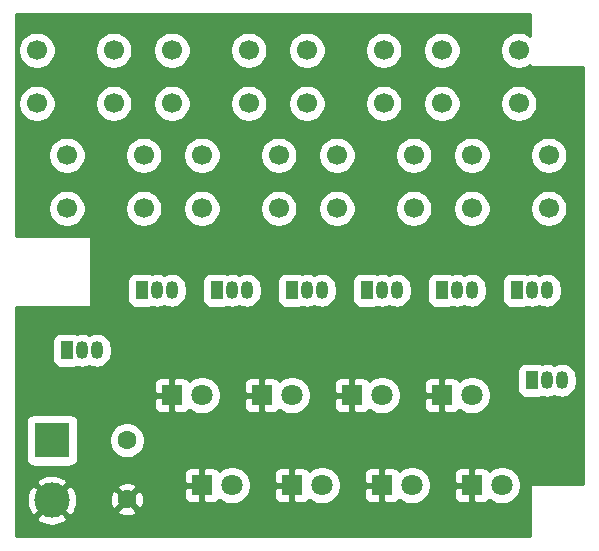
<source format=gbl>
G04 #@! TF.GenerationSoftware,KiCad,Pcbnew,(5.1.2)-1*
G04 #@! TF.CreationDate,2019-05-02T22:44:15-07:00*
G04 #@! TF.ProjectId,gen3piano,67656e33-7069-4616-9e6f-2e6b69636164,rev?*
G04 #@! TF.SameCoordinates,PXe88b40PYc1c960*
G04 #@! TF.FileFunction,Copper,L2,Bot*
G04 #@! TF.FilePolarity,Positive*
%FSLAX46Y46*%
G04 Gerber Fmt 4.6, Leading zero omitted, Abs format (unit mm)*
G04 Created by KiCad (PCBNEW (5.1.2)-1) date 2019-05-02 22:44:15*
%MOMM*%
%LPD*%
G04 APERTURE LIST*
%ADD10C,1.600000*%
%ADD11R,1.050000X1.500000*%
%ADD12O,1.050000X1.500000*%
%ADD13C,1.700000*%
%ADD14C,3.000000*%
%ADD15R,3.000000X3.000000*%
%ADD16C,1.800000*%
%ADD17R,1.800000X1.800000*%
%ADD18C,0.254000*%
G04 APERTURE END LIST*
D10*
X10160000Y-41830000D03*
X10160000Y-36830000D03*
D11*
X44450000Y-31750000D03*
D12*
X46990000Y-31750000D03*
X45720000Y-31750000D03*
D11*
X43180000Y-24130000D03*
D12*
X45720000Y-24130000D03*
X44450000Y-24130000D03*
D11*
X36830000Y-24130000D03*
D12*
X39370000Y-24130000D03*
X38100000Y-24130000D03*
D11*
X30480000Y-24130000D03*
D12*
X33020000Y-24130000D03*
X31750000Y-24130000D03*
D11*
X24130000Y-24130000D03*
D12*
X26670000Y-24130000D03*
X25400000Y-24130000D03*
D11*
X17780000Y-24130000D03*
D12*
X20320000Y-24130000D03*
X19050000Y-24130000D03*
D11*
X11430000Y-24130000D03*
D12*
X13970000Y-24130000D03*
X12700000Y-24130000D03*
D11*
X5080000Y-29210000D03*
D12*
X7620000Y-29210000D03*
X6350000Y-29210000D03*
D13*
X39370000Y-12700000D03*
X45870000Y-12700000D03*
X39370000Y-17200000D03*
X45870000Y-17200000D03*
X36830000Y-3810000D03*
X43330000Y-3810000D03*
X36830000Y-8310000D03*
X43330000Y-8310000D03*
X27940000Y-12700000D03*
X34440000Y-12700000D03*
X27940000Y-17200000D03*
X34440000Y-17200000D03*
X25400000Y-3810000D03*
X31900000Y-3810000D03*
X25400000Y-8310000D03*
X31900000Y-8310000D03*
X16510000Y-12700000D03*
X23010000Y-12700000D03*
X16510000Y-17200000D03*
X23010000Y-17200000D03*
X13970000Y-3810000D03*
X20470000Y-3810000D03*
X13970000Y-8310000D03*
X20470000Y-8310000D03*
X5080000Y-12700000D03*
X11580000Y-12700000D03*
X5080000Y-17200000D03*
X11580000Y-17200000D03*
X2540000Y-3810000D03*
X9040000Y-3810000D03*
X2540000Y-8310000D03*
X9040000Y-8310000D03*
D14*
X3810000Y-41910000D03*
D15*
X3810000Y-36830000D03*
D16*
X41910000Y-40640000D03*
D17*
X39370000Y-40640000D03*
D16*
X39370000Y-33020000D03*
D17*
X36830000Y-33020000D03*
D16*
X34290000Y-40640000D03*
D17*
X31750000Y-40640000D03*
D16*
X31750000Y-33020000D03*
D17*
X29210000Y-33020000D03*
D16*
X26670000Y-40640000D03*
D17*
X24130000Y-40640000D03*
D16*
X24130000Y-33020000D03*
D17*
X21590000Y-33020000D03*
D16*
X19050000Y-40640000D03*
D17*
X16510000Y-40640000D03*
D16*
X16510000Y-33020000D03*
D17*
X13970000Y-33020000D03*
D18*
G36*
X44323000Y-2576859D02*
G01*
X44076989Y-2412481D01*
X43789994Y-2293604D01*
X43485321Y-2233000D01*
X43174679Y-2233000D01*
X42870006Y-2293604D01*
X42583011Y-2412481D01*
X42324721Y-2585064D01*
X42105064Y-2804721D01*
X41932481Y-3063011D01*
X41813604Y-3350006D01*
X41753000Y-3654679D01*
X41753000Y-3965321D01*
X41813604Y-4269994D01*
X41932481Y-4556989D01*
X42105064Y-4815279D01*
X42324721Y-5034936D01*
X42583011Y-5207519D01*
X42870006Y-5326396D01*
X43174679Y-5387000D01*
X43485321Y-5387000D01*
X43789994Y-5326396D01*
X44076989Y-5207519D01*
X44323000Y-5043141D01*
X44323000Y-5080000D01*
X44325440Y-5104776D01*
X44332667Y-5128601D01*
X44344403Y-5150557D01*
X44360197Y-5169803D01*
X44379443Y-5185597D01*
X44401399Y-5197333D01*
X44425224Y-5204560D01*
X44450000Y-5207000D01*
X48778000Y-5207000D01*
X48778001Y-40513000D01*
X44450000Y-40513000D01*
X44425224Y-40515440D01*
X44401399Y-40522667D01*
X44379443Y-40534403D01*
X44360197Y-40550197D01*
X44344403Y-40569443D01*
X44332667Y-40591399D01*
X44325440Y-40615224D01*
X44323000Y-40640000D01*
X44323000Y-44968000D01*
X752000Y-44968000D01*
X752000Y-43401653D01*
X2497952Y-43401653D01*
X2653962Y-43717214D01*
X3028745Y-43908020D01*
X3433551Y-44022044D01*
X3852824Y-44054902D01*
X4270451Y-44005334D01*
X4670383Y-43875243D01*
X4966038Y-43717214D01*
X5122048Y-43401653D01*
X3810000Y-42089605D01*
X2497952Y-43401653D01*
X752000Y-43401653D01*
X752000Y-41952824D01*
X1665098Y-41952824D01*
X1714666Y-42370451D01*
X1844757Y-42770383D01*
X2002786Y-43066038D01*
X2318347Y-43222048D01*
X3630395Y-41910000D01*
X3989605Y-41910000D01*
X5301653Y-43222048D01*
X5617214Y-43066038D01*
X5741098Y-42822702D01*
X9346903Y-42822702D01*
X9418486Y-43066671D01*
X9673996Y-43187571D01*
X9948184Y-43256300D01*
X10230512Y-43270217D01*
X10510130Y-43228787D01*
X10776292Y-43133603D01*
X10901514Y-43066671D01*
X10973097Y-42822702D01*
X10160000Y-42009605D01*
X9346903Y-42822702D01*
X5741098Y-42822702D01*
X5808020Y-42691255D01*
X5922044Y-42286449D01*
X5952289Y-41900512D01*
X8719783Y-41900512D01*
X8761213Y-42180130D01*
X8856397Y-42446292D01*
X8923329Y-42571514D01*
X9167298Y-42643097D01*
X9980395Y-41830000D01*
X10339605Y-41830000D01*
X11152702Y-42643097D01*
X11396671Y-42571514D01*
X11517571Y-42316004D01*
X11586300Y-42041816D01*
X11600217Y-41759488D01*
X11567697Y-41540000D01*
X14971928Y-41540000D01*
X14984188Y-41664482D01*
X15020498Y-41784180D01*
X15079463Y-41894494D01*
X15158815Y-41991185D01*
X15255506Y-42070537D01*
X15365820Y-42129502D01*
X15485518Y-42165812D01*
X15610000Y-42178072D01*
X16224250Y-42175000D01*
X16383000Y-42016250D01*
X16383000Y-40767000D01*
X15133750Y-40767000D01*
X14975000Y-40925750D01*
X14971928Y-41540000D01*
X11567697Y-41540000D01*
X11558787Y-41479870D01*
X11463603Y-41213708D01*
X11396671Y-41088486D01*
X11152702Y-41016903D01*
X10339605Y-41830000D01*
X9980395Y-41830000D01*
X9167298Y-41016903D01*
X8923329Y-41088486D01*
X8802429Y-41343996D01*
X8733700Y-41618184D01*
X8719783Y-41900512D01*
X5952289Y-41900512D01*
X5954902Y-41867176D01*
X5905334Y-41449549D01*
X5775243Y-41049617D01*
X5661758Y-40837298D01*
X9346903Y-40837298D01*
X10160000Y-41650395D01*
X10973097Y-40837298D01*
X10901514Y-40593329D01*
X10646004Y-40472429D01*
X10371816Y-40403700D01*
X10089488Y-40389783D01*
X9809870Y-40431213D01*
X9543708Y-40526397D01*
X9418486Y-40593329D01*
X9346903Y-40837298D01*
X5661758Y-40837298D01*
X5617214Y-40753962D01*
X5301653Y-40597952D01*
X3989605Y-41910000D01*
X3630395Y-41910000D01*
X2318347Y-40597952D01*
X2002786Y-40753962D01*
X1811980Y-41128745D01*
X1697956Y-41533551D01*
X1665098Y-41952824D01*
X752000Y-41952824D01*
X752000Y-40418347D01*
X2497952Y-40418347D01*
X3810000Y-41730395D01*
X5122048Y-40418347D01*
X4966038Y-40102786D01*
X4591255Y-39911980D01*
X4186449Y-39797956D01*
X3767176Y-39765098D01*
X3349549Y-39814666D01*
X2949617Y-39944757D01*
X2653962Y-40102786D01*
X2497952Y-40418347D01*
X752000Y-40418347D01*
X752000Y-39740000D01*
X14971928Y-39740000D01*
X14975000Y-40354250D01*
X15133750Y-40513000D01*
X16383000Y-40513000D01*
X16383000Y-39263750D01*
X16637000Y-39263750D01*
X16637000Y-40513000D01*
X16657000Y-40513000D01*
X16657000Y-40767000D01*
X16637000Y-40767000D01*
X16637000Y-42016250D01*
X16795750Y-42175000D01*
X17410000Y-42178072D01*
X17534482Y-42165812D01*
X17654180Y-42129502D01*
X17764494Y-42070537D01*
X17861185Y-41991185D01*
X17940537Y-41894494D01*
X17962493Y-41853418D01*
X18012848Y-41903773D01*
X18279327Y-42081828D01*
X18575422Y-42204475D01*
X18889755Y-42267000D01*
X19210245Y-42267000D01*
X19524578Y-42204475D01*
X19820673Y-42081828D01*
X20087152Y-41903773D01*
X20313773Y-41677152D01*
X20405414Y-41540000D01*
X22591928Y-41540000D01*
X22604188Y-41664482D01*
X22640498Y-41784180D01*
X22699463Y-41894494D01*
X22778815Y-41991185D01*
X22875506Y-42070537D01*
X22985820Y-42129502D01*
X23105518Y-42165812D01*
X23230000Y-42178072D01*
X23844250Y-42175000D01*
X24003000Y-42016250D01*
X24003000Y-40767000D01*
X22753750Y-40767000D01*
X22595000Y-40925750D01*
X22591928Y-41540000D01*
X20405414Y-41540000D01*
X20491828Y-41410673D01*
X20614475Y-41114578D01*
X20677000Y-40800245D01*
X20677000Y-40479755D01*
X20614475Y-40165422D01*
X20491828Y-39869327D01*
X20405415Y-39740000D01*
X22591928Y-39740000D01*
X22595000Y-40354250D01*
X22753750Y-40513000D01*
X24003000Y-40513000D01*
X24003000Y-39263750D01*
X24257000Y-39263750D01*
X24257000Y-40513000D01*
X24277000Y-40513000D01*
X24277000Y-40767000D01*
X24257000Y-40767000D01*
X24257000Y-42016250D01*
X24415750Y-42175000D01*
X25030000Y-42178072D01*
X25154482Y-42165812D01*
X25274180Y-42129502D01*
X25384494Y-42070537D01*
X25481185Y-41991185D01*
X25560537Y-41894494D01*
X25582493Y-41853418D01*
X25632848Y-41903773D01*
X25899327Y-42081828D01*
X26195422Y-42204475D01*
X26509755Y-42267000D01*
X26830245Y-42267000D01*
X27144578Y-42204475D01*
X27440673Y-42081828D01*
X27707152Y-41903773D01*
X27933773Y-41677152D01*
X28025414Y-41540000D01*
X30211928Y-41540000D01*
X30224188Y-41664482D01*
X30260498Y-41784180D01*
X30319463Y-41894494D01*
X30398815Y-41991185D01*
X30495506Y-42070537D01*
X30605820Y-42129502D01*
X30725518Y-42165812D01*
X30850000Y-42178072D01*
X31464250Y-42175000D01*
X31623000Y-42016250D01*
X31623000Y-40767000D01*
X30373750Y-40767000D01*
X30215000Y-40925750D01*
X30211928Y-41540000D01*
X28025414Y-41540000D01*
X28111828Y-41410673D01*
X28234475Y-41114578D01*
X28297000Y-40800245D01*
X28297000Y-40479755D01*
X28234475Y-40165422D01*
X28111828Y-39869327D01*
X28025415Y-39740000D01*
X30211928Y-39740000D01*
X30215000Y-40354250D01*
X30373750Y-40513000D01*
X31623000Y-40513000D01*
X31623000Y-39263750D01*
X31877000Y-39263750D01*
X31877000Y-40513000D01*
X31897000Y-40513000D01*
X31897000Y-40767000D01*
X31877000Y-40767000D01*
X31877000Y-42016250D01*
X32035750Y-42175000D01*
X32650000Y-42178072D01*
X32774482Y-42165812D01*
X32894180Y-42129502D01*
X33004494Y-42070537D01*
X33101185Y-41991185D01*
X33180537Y-41894494D01*
X33202493Y-41853418D01*
X33252848Y-41903773D01*
X33519327Y-42081828D01*
X33815422Y-42204475D01*
X34129755Y-42267000D01*
X34450245Y-42267000D01*
X34764578Y-42204475D01*
X35060673Y-42081828D01*
X35327152Y-41903773D01*
X35553773Y-41677152D01*
X35645414Y-41540000D01*
X37831928Y-41540000D01*
X37844188Y-41664482D01*
X37880498Y-41784180D01*
X37939463Y-41894494D01*
X38018815Y-41991185D01*
X38115506Y-42070537D01*
X38225820Y-42129502D01*
X38345518Y-42165812D01*
X38470000Y-42178072D01*
X39084250Y-42175000D01*
X39243000Y-42016250D01*
X39243000Y-40767000D01*
X37993750Y-40767000D01*
X37835000Y-40925750D01*
X37831928Y-41540000D01*
X35645414Y-41540000D01*
X35731828Y-41410673D01*
X35854475Y-41114578D01*
X35917000Y-40800245D01*
X35917000Y-40479755D01*
X35854475Y-40165422D01*
X35731828Y-39869327D01*
X35645415Y-39740000D01*
X37831928Y-39740000D01*
X37835000Y-40354250D01*
X37993750Y-40513000D01*
X39243000Y-40513000D01*
X39243000Y-39263750D01*
X39497000Y-39263750D01*
X39497000Y-40513000D01*
X39517000Y-40513000D01*
X39517000Y-40767000D01*
X39497000Y-40767000D01*
X39497000Y-42016250D01*
X39655750Y-42175000D01*
X40270000Y-42178072D01*
X40394482Y-42165812D01*
X40514180Y-42129502D01*
X40624494Y-42070537D01*
X40721185Y-41991185D01*
X40800537Y-41894494D01*
X40822493Y-41853418D01*
X40872848Y-41903773D01*
X41139327Y-42081828D01*
X41435422Y-42204475D01*
X41749755Y-42267000D01*
X42070245Y-42267000D01*
X42384578Y-42204475D01*
X42680673Y-42081828D01*
X42947152Y-41903773D01*
X43173773Y-41677152D01*
X43351828Y-41410673D01*
X43474475Y-41114578D01*
X43537000Y-40800245D01*
X43537000Y-40479755D01*
X43474475Y-40165422D01*
X43351828Y-39869327D01*
X43173773Y-39602848D01*
X42947152Y-39376227D01*
X42680673Y-39198172D01*
X42384578Y-39075525D01*
X42070245Y-39013000D01*
X41749755Y-39013000D01*
X41435422Y-39075525D01*
X41139327Y-39198172D01*
X40872848Y-39376227D01*
X40822493Y-39426582D01*
X40800537Y-39385506D01*
X40721185Y-39288815D01*
X40624494Y-39209463D01*
X40514180Y-39150498D01*
X40394482Y-39114188D01*
X40270000Y-39101928D01*
X39655750Y-39105000D01*
X39497000Y-39263750D01*
X39243000Y-39263750D01*
X39084250Y-39105000D01*
X38470000Y-39101928D01*
X38345518Y-39114188D01*
X38225820Y-39150498D01*
X38115506Y-39209463D01*
X38018815Y-39288815D01*
X37939463Y-39385506D01*
X37880498Y-39495820D01*
X37844188Y-39615518D01*
X37831928Y-39740000D01*
X35645415Y-39740000D01*
X35553773Y-39602848D01*
X35327152Y-39376227D01*
X35060673Y-39198172D01*
X34764578Y-39075525D01*
X34450245Y-39013000D01*
X34129755Y-39013000D01*
X33815422Y-39075525D01*
X33519327Y-39198172D01*
X33252848Y-39376227D01*
X33202493Y-39426582D01*
X33180537Y-39385506D01*
X33101185Y-39288815D01*
X33004494Y-39209463D01*
X32894180Y-39150498D01*
X32774482Y-39114188D01*
X32650000Y-39101928D01*
X32035750Y-39105000D01*
X31877000Y-39263750D01*
X31623000Y-39263750D01*
X31464250Y-39105000D01*
X30850000Y-39101928D01*
X30725518Y-39114188D01*
X30605820Y-39150498D01*
X30495506Y-39209463D01*
X30398815Y-39288815D01*
X30319463Y-39385506D01*
X30260498Y-39495820D01*
X30224188Y-39615518D01*
X30211928Y-39740000D01*
X28025415Y-39740000D01*
X27933773Y-39602848D01*
X27707152Y-39376227D01*
X27440673Y-39198172D01*
X27144578Y-39075525D01*
X26830245Y-39013000D01*
X26509755Y-39013000D01*
X26195422Y-39075525D01*
X25899327Y-39198172D01*
X25632848Y-39376227D01*
X25582493Y-39426582D01*
X25560537Y-39385506D01*
X25481185Y-39288815D01*
X25384494Y-39209463D01*
X25274180Y-39150498D01*
X25154482Y-39114188D01*
X25030000Y-39101928D01*
X24415750Y-39105000D01*
X24257000Y-39263750D01*
X24003000Y-39263750D01*
X23844250Y-39105000D01*
X23230000Y-39101928D01*
X23105518Y-39114188D01*
X22985820Y-39150498D01*
X22875506Y-39209463D01*
X22778815Y-39288815D01*
X22699463Y-39385506D01*
X22640498Y-39495820D01*
X22604188Y-39615518D01*
X22591928Y-39740000D01*
X20405415Y-39740000D01*
X20313773Y-39602848D01*
X20087152Y-39376227D01*
X19820673Y-39198172D01*
X19524578Y-39075525D01*
X19210245Y-39013000D01*
X18889755Y-39013000D01*
X18575422Y-39075525D01*
X18279327Y-39198172D01*
X18012848Y-39376227D01*
X17962493Y-39426582D01*
X17940537Y-39385506D01*
X17861185Y-39288815D01*
X17764494Y-39209463D01*
X17654180Y-39150498D01*
X17534482Y-39114188D01*
X17410000Y-39101928D01*
X16795750Y-39105000D01*
X16637000Y-39263750D01*
X16383000Y-39263750D01*
X16224250Y-39105000D01*
X15610000Y-39101928D01*
X15485518Y-39114188D01*
X15365820Y-39150498D01*
X15255506Y-39209463D01*
X15158815Y-39288815D01*
X15079463Y-39385506D01*
X15020498Y-39495820D01*
X14984188Y-39615518D01*
X14971928Y-39740000D01*
X752000Y-39740000D01*
X752000Y-35330000D01*
X1579483Y-35330000D01*
X1579483Y-38330000D01*
X1593520Y-38472517D01*
X1635090Y-38609557D01*
X1702597Y-38735853D01*
X1793446Y-38846554D01*
X1904147Y-38937403D01*
X2030443Y-39004910D01*
X2167483Y-39046480D01*
X2310000Y-39060517D01*
X5310000Y-39060517D01*
X5452517Y-39046480D01*
X5589557Y-39004910D01*
X5715853Y-38937403D01*
X5826554Y-38846554D01*
X5917403Y-38735853D01*
X5984910Y-38609557D01*
X6026480Y-38472517D01*
X6040517Y-38330000D01*
X6040517Y-36679604D01*
X8633000Y-36679604D01*
X8633000Y-36980396D01*
X8691681Y-37275410D01*
X8806790Y-37553306D01*
X8973901Y-37803406D01*
X9186594Y-38016099D01*
X9436694Y-38183210D01*
X9714590Y-38298319D01*
X10009604Y-38357000D01*
X10310396Y-38357000D01*
X10605410Y-38298319D01*
X10883306Y-38183210D01*
X11133406Y-38016099D01*
X11346099Y-37803406D01*
X11513210Y-37553306D01*
X11628319Y-37275410D01*
X11687000Y-36980396D01*
X11687000Y-36679604D01*
X11628319Y-36384590D01*
X11513210Y-36106694D01*
X11346099Y-35856594D01*
X11133406Y-35643901D01*
X10883306Y-35476790D01*
X10605410Y-35361681D01*
X10310396Y-35303000D01*
X10009604Y-35303000D01*
X9714590Y-35361681D01*
X9436694Y-35476790D01*
X9186594Y-35643901D01*
X8973901Y-35856594D01*
X8806790Y-36106694D01*
X8691681Y-36384590D01*
X8633000Y-36679604D01*
X6040517Y-36679604D01*
X6040517Y-35330000D01*
X6026480Y-35187483D01*
X5984910Y-35050443D01*
X5917403Y-34924147D01*
X5826554Y-34813446D01*
X5715853Y-34722597D01*
X5589557Y-34655090D01*
X5452517Y-34613520D01*
X5310000Y-34599483D01*
X2310000Y-34599483D01*
X2167483Y-34613520D01*
X2030443Y-34655090D01*
X1904147Y-34722597D01*
X1793446Y-34813446D01*
X1702597Y-34924147D01*
X1635090Y-35050443D01*
X1593520Y-35187483D01*
X1579483Y-35330000D01*
X752000Y-35330000D01*
X752000Y-33920000D01*
X12431928Y-33920000D01*
X12444188Y-34044482D01*
X12480498Y-34164180D01*
X12539463Y-34274494D01*
X12618815Y-34371185D01*
X12715506Y-34450537D01*
X12825820Y-34509502D01*
X12945518Y-34545812D01*
X13070000Y-34558072D01*
X13684250Y-34555000D01*
X13843000Y-34396250D01*
X13843000Y-33147000D01*
X12593750Y-33147000D01*
X12435000Y-33305750D01*
X12431928Y-33920000D01*
X752000Y-33920000D01*
X752000Y-32120000D01*
X12431928Y-32120000D01*
X12435000Y-32734250D01*
X12593750Y-32893000D01*
X13843000Y-32893000D01*
X13843000Y-31643750D01*
X14097000Y-31643750D01*
X14097000Y-32893000D01*
X14117000Y-32893000D01*
X14117000Y-33147000D01*
X14097000Y-33147000D01*
X14097000Y-34396250D01*
X14255750Y-34555000D01*
X14870000Y-34558072D01*
X14994482Y-34545812D01*
X15114180Y-34509502D01*
X15224494Y-34450537D01*
X15321185Y-34371185D01*
X15400537Y-34274494D01*
X15422493Y-34233418D01*
X15472848Y-34283773D01*
X15739327Y-34461828D01*
X16035422Y-34584475D01*
X16349755Y-34647000D01*
X16670245Y-34647000D01*
X16984578Y-34584475D01*
X17280673Y-34461828D01*
X17547152Y-34283773D01*
X17773773Y-34057152D01*
X17865414Y-33920000D01*
X20051928Y-33920000D01*
X20064188Y-34044482D01*
X20100498Y-34164180D01*
X20159463Y-34274494D01*
X20238815Y-34371185D01*
X20335506Y-34450537D01*
X20445820Y-34509502D01*
X20565518Y-34545812D01*
X20690000Y-34558072D01*
X21304250Y-34555000D01*
X21463000Y-34396250D01*
X21463000Y-33147000D01*
X20213750Y-33147000D01*
X20055000Y-33305750D01*
X20051928Y-33920000D01*
X17865414Y-33920000D01*
X17951828Y-33790673D01*
X18074475Y-33494578D01*
X18137000Y-33180245D01*
X18137000Y-32859755D01*
X18074475Y-32545422D01*
X17951828Y-32249327D01*
X17865415Y-32120000D01*
X20051928Y-32120000D01*
X20055000Y-32734250D01*
X20213750Y-32893000D01*
X21463000Y-32893000D01*
X21463000Y-31643750D01*
X21717000Y-31643750D01*
X21717000Y-32893000D01*
X21737000Y-32893000D01*
X21737000Y-33147000D01*
X21717000Y-33147000D01*
X21717000Y-34396250D01*
X21875750Y-34555000D01*
X22490000Y-34558072D01*
X22614482Y-34545812D01*
X22734180Y-34509502D01*
X22844494Y-34450537D01*
X22941185Y-34371185D01*
X23020537Y-34274494D01*
X23042493Y-34233418D01*
X23092848Y-34283773D01*
X23359327Y-34461828D01*
X23655422Y-34584475D01*
X23969755Y-34647000D01*
X24290245Y-34647000D01*
X24604578Y-34584475D01*
X24900673Y-34461828D01*
X25167152Y-34283773D01*
X25393773Y-34057152D01*
X25485414Y-33920000D01*
X27671928Y-33920000D01*
X27684188Y-34044482D01*
X27720498Y-34164180D01*
X27779463Y-34274494D01*
X27858815Y-34371185D01*
X27955506Y-34450537D01*
X28065820Y-34509502D01*
X28185518Y-34545812D01*
X28310000Y-34558072D01*
X28924250Y-34555000D01*
X29083000Y-34396250D01*
X29083000Y-33147000D01*
X27833750Y-33147000D01*
X27675000Y-33305750D01*
X27671928Y-33920000D01*
X25485414Y-33920000D01*
X25571828Y-33790673D01*
X25694475Y-33494578D01*
X25757000Y-33180245D01*
X25757000Y-32859755D01*
X25694475Y-32545422D01*
X25571828Y-32249327D01*
X25485415Y-32120000D01*
X27671928Y-32120000D01*
X27675000Y-32734250D01*
X27833750Y-32893000D01*
X29083000Y-32893000D01*
X29083000Y-31643750D01*
X29337000Y-31643750D01*
X29337000Y-32893000D01*
X29357000Y-32893000D01*
X29357000Y-33147000D01*
X29337000Y-33147000D01*
X29337000Y-34396250D01*
X29495750Y-34555000D01*
X30110000Y-34558072D01*
X30234482Y-34545812D01*
X30354180Y-34509502D01*
X30464494Y-34450537D01*
X30561185Y-34371185D01*
X30640537Y-34274494D01*
X30662493Y-34233418D01*
X30712848Y-34283773D01*
X30979327Y-34461828D01*
X31275422Y-34584475D01*
X31589755Y-34647000D01*
X31910245Y-34647000D01*
X32224578Y-34584475D01*
X32520673Y-34461828D01*
X32787152Y-34283773D01*
X33013773Y-34057152D01*
X33105414Y-33920000D01*
X35291928Y-33920000D01*
X35304188Y-34044482D01*
X35340498Y-34164180D01*
X35399463Y-34274494D01*
X35478815Y-34371185D01*
X35575506Y-34450537D01*
X35685820Y-34509502D01*
X35805518Y-34545812D01*
X35930000Y-34558072D01*
X36544250Y-34555000D01*
X36703000Y-34396250D01*
X36703000Y-33147000D01*
X35453750Y-33147000D01*
X35295000Y-33305750D01*
X35291928Y-33920000D01*
X33105414Y-33920000D01*
X33191828Y-33790673D01*
X33314475Y-33494578D01*
X33377000Y-33180245D01*
X33377000Y-32859755D01*
X33314475Y-32545422D01*
X33191828Y-32249327D01*
X33105415Y-32120000D01*
X35291928Y-32120000D01*
X35295000Y-32734250D01*
X35453750Y-32893000D01*
X36703000Y-32893000D01*
X36703000Y-31643750D01*
X36957000Y-31643750D01*
X36957000Y-32893000D01*
X36977000Y-32893000D01*
X36977000Y-33147000D01*
X36957000Y-33147000D01*
X36957000Y-34396250D01*
X37115750Y-34555000D01*
X37730000Y-34558072D01*
X37854482Y-34545812D01*
X37974180Y-34509502D01*
X38084494Y-34450537D01*
X38181185Y-34371185D01*
X38260537Y-34274494D01*
X38282493Y-34233418D01*
X38332848Y-34283773D01*
X38599327Y-34461828D01*
X38895422Y-34584475D01*
X39209755Y-34647000D01*
X39530245Y-34647000D01*
X39844578Y-34584475D01*
X40140673Y-34461828D01*
X40407152Y-34283773D01*
X40633773Y-34057152D01*
X40811828Y-33790673D01*
X40934475Y-33494578D01*
X40997000Y-33180245D01*
X40997000Y-32859755D01*
X40934475Y-32545422D01*
X40811828Y-32249327D01*
X40633773Y-31982848D01*
X40407152Y-31756227D01*
X40140673Y-31578172D01*
X39844578Y-31455525D01*
X39530245Y-31393000D01*
X39209755Y-31393000D01*
X38895422Y-31455525D01*
X38599327Y-31578172D01*
X38332848Y-31756227D01*
X38282493Y-31806582D01*
X38260537Y-31765506D01*
X38181185Y-31668815D01*
X38084494Y-31589463D01*
X37974180Y-31530498D01*
X37854482Y-31494188D01*
X37730000Y-31481928D01*
X37115750Y-31485000D01*
X36957000Y-31643750D01*
X36703000Y-31643750D01*
X36544250Y-31485000D01*
X35930000Y-31481928D01*
X35805518Y-31494188D01*
X35685820Y-31530498D01*
X35575506Y-31589463D01*
X35478815Y-31668815D01*
X35399463Y-31765506D01*
X35340498Y-31875820D01*
X35304188Y-31995518D01*
X35291928Y-32120000D01*
X33105415Y-32120000D01*
X33013773Y-31982848D01*
X32787152Y-31756227D01*
X32520673Y-31578172D01*
X32224578Y-31455525D01*
X31910245Y-31393000D01*
X31589755Y-31393000D01*
X31275422Y-31455525D01*
X30979327Y-31578172D01*
X30712848Y-31756227D01*
X30662493Y-31806582D01*
X30640537Y-31765506D01*
X30561185Y-31668815D01*
X30464494Y-31589463D01*
X30354180Y-31530498D01*
X30234482Y-31494188D01*
X30110000Y-31481928D01*
X29495750Y-31485000D01*
X29337000Y-31643750D01*
X29083000Y-31643750D01*
X28924250Y-31485000D01*
X28310000Y-31481928D01*
X28185518Y-31494188D01*
X28065820Y-31530498D01*
X27955506Y-31589463D01*
X27858815Y-31668815D01*
X27779463Y-31765506D01*
X27720498Y-31875820D01*
X27684188Y-31995518D01*
X27671928Y-32120000D01*
X25485415Y-32120000D01*
X25393773Y-31982848D01*
X25167152Y-31756227D01*
X24900673Y-31578172D01*
X24604578Y-31455525D01*
X24290245Y-31393000D01*
X23969755Y-31393000D01*
X23655422Y-31455525D01*
X23359327Y-31578172D01*
X23092848Y-31756227D01*
X23042493Y-31806582D01*
X23020537Y-31765506D01*
X22941185Y-31668815D01*
X22844494Y-31589463D01*
X22734180Y-31530498D01*
X22614482Y-31494188D01*
X22490000Y-31481928D01*
X21875750Y-31485000D01*
X21717000Y-31643750D01*
X21463000Y-31643750D01*
X21304250Y-31485000D01*
X20690000Y-31481928D01*
X20565518Y-31494188D01*
X20445820Y-31530498D01*
X20335506Y-31589463D01*
X20238815Y-31668815D01*
X20159463Y-31765506D01*
X20100498Y-31875820D01*
X20064188Y-31995518D01*
X20051928Y-32120000D01*
X17865415Y-32120000D01*
X17773773Y-31982848D01*
X17547152Y-31756227D01*
X17280673Y-31578172D01*
X16984578Y-31455525D01*
X16670245Y-31393000D01*
X16349755Y-31393000D01*
X16035422Y-31455525D01*
X15739327Y-31578172D01*
X15472848Y-31756227D01*
X15422493Y-31806582D01*
X15400537Y-31765506D01*
X15321185Y-31668815D01*
X15224494Y-31589463D01*
X15114180Y-31530498D01*
X14994482Y-31494188D01*
X14870000Y-31481928D01*
X14255750Y-31485000D01*
X14097000Y-31643750D01*
X13843000Y-31643750D01*
X13684250Y-31485000D01*
X13070000Y-31481928D01*
X12945518Y-31494188D01*
X12825820Y-31530498D01*
X12715506Y-31589463D01*
X12618815Y-31668815D01*
X12539463Y-31765506D01*
X12480498Y-31875820D01*
X12444188Y-31995518D01*
X12431928Y-32120000D01*
X752000Y-32120000D01*
X752000Y-31000000D01*
X43194483Y-31000000D01*
X43194483Y-32500000D01*
X43208520Y-32642517D01*
X43250090Y-32779557D01*
X43317597Y-32905853D01*
X43408446Y-33016554D01*
X43519147Y-33107403D01*
X43645443Y-33174910D01*
X43782483Y-33216480D01*
X43925000Y-33230517D01*
X44975000Y-33230517D01*
X45117517Y-33216480D01*
X45254557Y-33174910D01*
X45293663Y-33154007D01*
X45474566Y-33208884D01*
X45720000Y-33233057D01*
X45965435Y-33208884D01*
X46201438Y-33137293D01*
X46355001Y-33055212D01*
X46508563Y-33137293D01*
X46744566Y-33208884D01*
X46990000Y-33233057D01*
X47235435Y-33208884D01*
X47471438Y-33137293D01*
X47688939Y-33021036D01*
X47879581Y-32864581D01*
X48036036Y-32673939D01*
X48152293Y-32456437D01*
X48223884Y-32220434D01*
X48242000Y-32036497D01*
X48242000Y-31463502D01*
X48223884Y-31279565D01*
X48152293Y-31043562D01*
X48036036Y-30826061D01*
X47879581Y-30635419D01*
X47688938Y-30478964D01*
X47471437Y-30362707D01*
X47235434Y-30291116D01*
X46990000Y-30266943D01*
X46744565Y-30291116D01*
X46508562Y-30362707D01*
X46354999Y-30444788D01*
X46201437Y-30362707D01*
X45965434Y-30291116D01*
X45720000Y-30266943D01*
X45474565Y-30291116D01*
X45293662Y-30345992D01*
X45254557Y-30325090D01*
X45117517Y-30283520D01*
X44975000Y-30269483D01*
X43925000Y-30269483D01*
X43782483Y-30283520D01*
X43645443Y-30325090D01*
X43519147Y-30392597D01*
X43408446Y-30483446D01*
X43317597Y-30594147D01*
X43250090Y-30720443D01*
X43208520Y-30857483D01*
X43194483Y-31000000D01*
X752000Y-31000000D01*
X752000Y-28460000D01*
X3824483Y-28460000D01*
X3824483Y-29960000D01*
X3838520Y-30102517D01*
X3880090Y-30239557D01*
X3947597Y-30365853D01*
X4038446Y-30476554D01*
X4149147Y-30567403D01*
X4275443Y-30634910D01*
X4412483Y-30676480D01*
X4555000Y-30690517D01*
X5605000Y-30690517D01*
X5747517Y-30676480D01*
X5884557Y-30634910D01*
X5923663Y-30614007D01*
X6104566Y-30668884D01*
X6350000Y-30693057D01*
X6595435Y-30668884D01*
X6831438Y-30597293D01*
X6985001Y-30515212D01*
X7138563Y-30597293D01*
X7374566Y-30668884D01*
X7620000Y-30693057D01*
X7865435Y-30668884D01*
X8101438Y-30597293D01*
X8318939Y-30481036D01*
X8509581Y-30324581D01*
X8666036Y-30133939D01*
X8782293Y-29916437D01*
X8853884Y-29680434D01*
X8872000Y-29496497D01*
X8872000Y-28923502D01*
X8853884Y-28739565D01*
X8782293Y-28503562D01*
X8666036Y-28286061D01*
X8509581Y-28095419D01*
X8318938Y-27938964D01*
X8101437Y-27822707D01*
X7865434Y-27751116D01*
X7620000Y-27726943D01*
X7374565Y-27751116D01*
X7138562Y-27822707D01*
X6985000Y-27904788D01*
X6831437Y-27822707D01*
X6595434Y-27751116D01*
X6350000Y-27726943D01*
X6104565Y-27751116D01*
X5923662Y-27805992D01*
X5884557Y-27785090D01*
X5747517Y-27743520D01*
X5605000Y-27729483D01*
X4555000Y-27729483D01*
X4412483Y-27743520D01*
X4275443Y-27785090D01*
X4149147Y-27852597D01*
X4038446Y-27943446D01*
X3947597Y-28054147D01*
X3880090Y-28180443D01*
X3838520Y-28317483D01*
X3824483Y-28460000D01*
X752000Y-28460000D01*
X752000Y-25527000D01*
X6985000Y-25527000D01*
X7009776Y-25524560D01*
X7033601Y-25517333D01*
X7055557Y-25505597D01*
X7074803Y-25489803D01*
X7090597Y-25470557D01*
X7102333Y-25448601D01*
X7109560Y-25424776D01*
X7112000Y-25400000D01*
X7112000Y-23380000D01*
X10174483Y-23380000D01*
X10174483Y-24880000D01*
X10188520Y-25022517D01*
X10230090Y-25159557D01*
X10297597Y-25285853D01*
X10388446Y-25396554D01*
X10499147Y-25487403D01*
X10625443Y-25554910D01*
X10762483Y-25596480D01*
X10905000Y-25610517D01*
X11955000Y-25610517D01*
X12097517Y-25596480D01*
X12234557Y-25554910D01*
X12273663Y-25534007D01*
X12454566Y-25588884D01*
X12700000Y-25613057D01*
X12945435Y-25588884D01*
X13181438Y-25517293D01*
X13335001Y-25435212D01*
X13488563Y-25517293D01*
X13724566Y-25588884D01*
X13970000Y-25613057D01*
X14215435Y-25588884D01*
X14451438Y-25517293D01*
X14668939Y-25401036D01*
X14859581Y-25244581D01*
X15016036Y-25053939D01*
X15132293Y-24836437D01*
X15203884Y-24600434D01*
X15222000Y-24416497D01*
X15222000Y-23843502D01*
X15203884Y-23659565D01*
X15132293Y-23423562D01*
X15109009Y-23380000D01*
X16524483Y-23380000D01*
X16524483Y-24880000D01*
X16538520Y-25022517D01*
X16580090Y-25159557D01*
X16647597Y-25285853D01*
X16738446Y-25396554D01*
X16849147Y-25487403D01*
X16975443Y-25554910D01*
X17112483Y-25596480D01*
X17255000Y-25610517D01*
X18305000Y-25610517D01*
X18447517Y-25596480D01*
X18584557Y-25554910D01*
X18623663Y-25534007D01*
X18804566Y-25588884D01*
X19050000Y-25613057D01*
X19295435Y-25588884D01*
X19531438Y-25517293D01*
X19685001Y-25435212D01*
X19838563Y-25517293D01*
X20074566Y-25588884D01*
X20320000Y-25613057D01*
X20565435Y-25588884D01*
X20801438Y-25517293D01*
X21018939Y-25401036D01*
X21209581Y-25244581D01*
X21366036Y-25053939D01*
X21482293Y-24836437D01*
X21553884Y-24600434D01*
X21572000Y-24416497D01*
X21572000Y-23843502D01*
X21553884Y-23659565D01*
X21482293Y-23423562D01*
X21459009Y-23380000D01*
X22874483Y-23380000D01*
X22874483Y-24880000D01*
X22888520Y-25022517D01*
X22930090Y-25159557D01*
X22997597Y-25285853D01*
X23088446Y-25396554D01*
X23199147Y-25487403D01*
X23325443Y-25554910D01*
X23462483Y-25596480D01*
X23605000Y-25610517D01*
X24655000Y-25610517D01*
X24797517Y-25596480D01*
X24934557Y-25554910D01*
X24973663Y-25534007D01*
X25154566Y-25588884D01*
X25400000Y-25613057D01*
X25645435Y-25588884D01*
X25881438Y-25517293D01*
X26035001Y-25435212D01*
X26188563Y-25517293D01*
X26424566Y-25588884D01*
X26670000Y-25613057D01*
X26915435Y-25588884D01*
X27151438Y-25517293D01*
X27368939Y-25401036D01*
X27559581Y-25244581D01*
X27716036Y-25053939D01*
X27832293Y-24836437D01*
X27903884Y-24600434D01*
X27922000Y-24416497D01*
X27922000Y-23843502D01*
X27903884Y-23659565D01*
X27832293Y-23423562D01*
X27809009Y-23380000D01*
X29224483Y-23380000D01*
X29224483Y-24880000D01*
X29238520Y-25022517D01*
X29280090Y-25159557D01*
X29347597Y-25285853D01*
X29438446Y-25396554D01*
X29549147Y-25487403D01*
X29675443Y-25554910D01*
X29812483Y-25596480D01*
X29955000Y-25610517D01*
X31005000Y-25610517D01*
X31147517Y-25596480D01*
X31284557Y-25554910D01*
X31323663Y-25534007D01*
X31504566Y-25588884D01*
X31750000Y-25613057D01*
X31995435Y-25588884D01*
X32231438Y-25517293D01*
X32385001Y-25435212D01*
X32538563Y-25517293D01*
X32774566Y-25588884D01*
X33020000Y-25613057D01*
X33265435Y-25588884D01*
X33501438Y-25517293D01*
X33718939Y-25401036D01*
X33909581Y-25244581D01*
X34066036Y-25053939D01*
X34182293Y-24836437D01*
X34253884Y-24600434D01*
X34272000Y-24416497D01*
X34272000Y-23843502D01*
X34253884Y-23659565D01*
X34182293Y-23423562D01*
X34159009Y-23380000D01*
X35574483Y-23380000D01*
X35574483Y-24880000D01*
X35588520Y-25022517D01*
X35630090Y-25159557D01*
X35697597Y-25285853D01*
X35788446Y-25396554D01*
X35899147Y-25487403D01*
X36025443Y-25554910D01*
X36162483Y-25596480D01*
X36305000Y-25610517D01*
X37355000Y-25610517D01*
X37497517Y-25596480D01*
X37634557Y-25554910D01*
X37673663Y-25534007D01*
X37854566Y-25588884D01*
X38100000Y-25613057D01*
X38345435Y-25588884D01*
X38581438Y-25517293D01*
X38735001Y-25435212D01*
X38888563Y-25517293D01*
X39124566Y-25588884D01*
X39370000Y-25613057D01*
X39615435Y-25588884D01*
X39851438Y-25517293D01*
X40068939Y-25401036D01*
X40259581Y-25244581D01*
X40416036Y-25053939D01*
X40532293Y-24836437D01*
X40603884Y-24600434D01*
X40622000Y-24416497D01*
X40622000Y-23843502D01*
X40603884Y-23659565D01*
X40532293Y-23423562D01*
X40509009Y-23380000D01*
X41924483Y-23380000D01*
X41924483Y-24880000D01*
X41938520Y-25022517D01*
X41980090Y-25159557D01*
X42047597Y-25285853D01*
X42138446Y-25396554D01*
X42249147Y-25487403D01*
X42375443Y-25554910D01*
X42512483Y-25596480D01*
X42655000Y-25610517D01*
X43705000Y-25610517D01*
X43847517Y-25596480D01*
X43984557Y-25554910D01*
X44023663Y-25534007D01*
X44204566Y-25588884D01*
X44450000Y-25613057D01*
X44695435Y-25588884D01*
X44931438Y-25517293D01*
X45085001Y-25435212D01*
X45238563Y-25517293D01*
X45474566Y-25588884D01*
X45720000Y-25613057D01*
X45965435Y-25588884D01*
X46201438Y-25517293D01*
X46418939Y-25401036D01*
X46609581Y-25244581D01*
X46766036Y-25053939D01*
X46882293Y-24836437D01*
X46953884Y-24600434D01*
X46972000Y-24416497D01*
X46972000Y-23843502D01*
X46953884Y-23659565D01*
X46882293Y-23423562D01*
X46766036Y-23206061D01*
X46609581Y-23015419D01*
X46418938Y-22858964D01*
X46201437Y-22742707D01*
X45965434Y-22671116D01*
X45720000Y-22646943D01*
X45474565Y-22671116D01*
X45238562Y-22742707D01*
X45084999Y-22824788D01*
X44931437Y-22742707D01*
X44695434Y-22671116D01*
X44450000Y-22646943D01*
X44204565Y-22671116D01*
X44023662Y-22725992D01*
X43984557Y-22705090D01*
X43847517Y-22663520D01*
X43705000Y-22649483D01*
X42655000Y-22649483D01*
X42512483Y-22663520D01*
X42375443Y-22705090D01*
X42249147Y-22772597D01*
X42138446Y-22863446D01*
X42047597Y-22974147D01*
X41980090Y-23100443D01*
X41938520Y-23237483D01*
X41924483Y-23380000D01*
X40509009Y-23380000D01*
X40416036Y-23206061D01*
X40259581Y-23015419D01*
X40068938Y-22858964D01*
X39851437Y-22742707D01*
X39615434Y-22671116D01*
X39370000Y-22646943D01*
X39124565Y-22671116D01*
X38888562Y-22742707D01*
X38734999Y-22824788D01*
X38581437Y-22742707D01*
X38345434Y-22671116D01*
X38100000Y-22646943D01*
X37854565Y-22671116D01*
X37673662Y-22725992D01*
X37634557Y-22705090D01*
X37497517Y-22663520D01*
X37355000Y-22649483D01*
X36305000Y-22649483D01*
X36162483Y-22663520D01*
X36025443Y-22705090D01*
X35899147Y-22772597D01*
X35788446Y-22863446D01*
X35697597Y-22974147D01*
X35630090Y-23100443D01*
X35588520Y-23237483D01*
X35574483Y-23380000D01*
X34159009Y-23380000D01*
X34066036Y-23206061D01*
X33909581Y-23015419D01*
X33718938Y-22858964D01*
X33501437Y-22742707D01*
X33265434Y-22671116D01*
X33020000Y-22646943D01*
X32774565Y-22671116D01*
X32538562Y-22742707D01*
X32384999Y-22824788D01*
X32231437Y-22742707D01*
X31995434Y-22671116D01*
X31750000Y-22646943D01*
X31504565Y-22671116D01*
X31323662Y-22725992D01*
X31284557Y-22705090D01*
X31147517Y-22663520D01*
X31005000Y-22649483D01*
X29955000Y-22649483D01*
X29812483Y-22663520D01*
X29675443Y-22705090D01*
X29549147Y-22772597D01*
X29438446Y-22863446D01*
X29347597Y-22974147D01*
X29280090Y-23100443D01*
X29238520Y-23237483D01*
X29224483Y-23380000D01*
X27809009Y-23380000D01*
X27716036Y-23206061D01*
X27559581Y-23015419D01*
X27368938Y-22858964D01*
X27151437Y-22742707D01*
X26915434Y-22671116D01*
X26670000Y-22646943D01*
X26424565Y-22671116D01*
X26188562Y-22742707D01*
X26034999Y-22824788D01*
X25881437Y-22742707D01*
X25645434Y-22671116D01*
X25400000Y-22646943D01*
X25154565Y-22671116D01*
X24973662Y-22725992D01*
X24934557Y-22705090D01*
X24797517Y-22663520D01*
X24655000Y-22649483D01*
X23605000Y-22649483D01*
X23462483Y-22663520D01*
X23325443Y-22705090D01*
X23199147Y-22772597D01*
X23088446Y-22863446D01*
X22997597Y-22974147D01*
X22930090Y-23100443D01*
X22888520Y-23237483D01*
X22874483Y-23380000D01*
X21459009Y-23380000D01*
X21366036Y-23206061D01*
X21209581Y-23015419D01*
X21018938Y-22858964D01*
X20801437Y-22742707D01*
X20565434Y-22671116D01*
X20320000Y-22646943D01*
X20074565Y-22671116D01*
X19838562Y-22742707D01*
X19684999Y-22824788D01*
X19531437Y-22742707D01*
X19295434Y-22671116D01*
X19050000Y-22646943D01*
X18804565Y-22671116D01*
X18623662Y-22725992D01*
X18584557Y-22705090D01*
X18447517Y-22663520D01*
X18305000Y-22649483D01*
X17255000Y-22649483D01*
X17112483Y-22663520D01*
X16975443Y-22705090D01*
X16849147Y-22772597D01*
X16738446Y-22863446D01*
X16647597Y-22974147D01*
X16580090Y-23100443D01*
X16538520Y-23237483D01*
X16524483Y-23380000D01*
X15109009Y-23380000D01*
X15016036Y-23206061D01*
X14859581Y-23015419D01*
X14668938Y-22858964D01*
X14451437Y-22742707D01*
X14215434Y-22671116D01*
X13970000Y-22646943D01*
X13724565Y-22671116D01*
X13488562Y-22742707D01*
X13334999Y-22824788D01*
X13181437Y-22742707D01*
X12945434Y-22671116D01*
X12700000Y-22646943D01*
X12454565Y-22671116D01*
X12273662Y-22725992D01*
X12234557Y-22705090D01*
X12097517Y-22663520D01*
X11955000Y-22649483D01*
X10905000Y-22649483D01*
X10762483Y-22663520D01*
X10625443Y-22705090D01*
X10499147Y-22772597D01*
X10388446Y-22863446D01*
X10297597Y-22974147D01*
X10230090Y-23100443D01*
X10188520Y-23237483D01*
X10174483Y-23380000D01*
X7112000Y-23380000D01*
X7112000Y-19685000D01*
X7109560Y-19660224D01*
X7102333Y-19636399D01*
X7090597Y-19614443D01*
X7074803Y-19595197D01*
X7055557Y-19579403D01*
X7033601Y-19567667D01*
X7009776Y-19560440D01*
X6985000Y-19558000D01*
X752000Y-19558000D01*
X752000Y-17044679D01*
X3503000Y-17044679D01*
X3503000Y-17355321D01*
X3563604Y-17659994D01*
X3682481Y-17946989D01*
X3855064Y-18205279D01*
X4074721Y-18424936D01*
X4333011Y-18597519D01*
X4620006Y-18716396D01*
X4924679Y-18777000D01*
X5235321Y-18777000D01*
X5539994Y-18716396D01*
X5826989Y-18597519D01*
X6085279Y-18424936D01*
X6304936Y-18205279D01*
X6477519Y-17946989D01*
X6596396Y-17659994D01*
X6657000Y-17355321D01*
X6657000Y-17044679D01*
X10003000Y-17044679D01*
X10003000Y-17355321D01*
X10063604Y-17659994D01*
X10182481Y-17946989D01*
X10355064Y-18205279D01*
X10574721Y-18424936D01*
X10833011Y-18597519D01*
X11120006Y-18716396D01*
X11424679Y-18777000D01*
X11735321Y-18777000D01*
X12039994Y-18716396D01*
X12326989Y-18597519D01*
X12585279Y-18424936D01*
X12804936Y-18205279D01*
X12977519Y-17946989D01*
X13096396Y-17659994D01*
X13157000Y-17355321D01*
X13157000Y-17044679D01*
X14933000Y-17044679D01*
X14933000Y-17355321D01*
X14993604Y-17659994D01*
X15112481Y-17946989D01*
X15285064Y-18205279D01*
X15504721Y-18424936D01*
X15763011Y-18597519D01*
X16050006Y-18716396D01*
X16354679Y-18777000D01*
X16665321Y-18777000D01*
X16969994Y-18716396D01*
X17256989Y-18597519D01*
X17515279Y-18424936D01*
X17734936Y-18205279D01*
X17907519Y-17946989D01*
X18026396Y-17659994D01*
X18087000Y-17355321D01*
X18087000Y-17044679D01*
X21433000Y-17044679D01*
X21433000Y-17355321D01*
X21493604Y-17659994D01*
X21612481Y-17946989D01*
X21785064Y-18205279D01*
X22004721Y-18424936D01*
X22263011Y-18597519D01*
X22550006Y-18716396D01*
X22854679Y-18777000D01*
X23165321Y-18777000D01*
X23469994Y-18716396D01*
X23756989Y-18597519D01*
X24015279Y-18424936D01*
X24234936Y-18205279D01*
X24407519Y-17946989D01*
X24526396Y-17659994D01*
X24587000Y-17355321D01*
X24587000Y-17044679D01*
X26363000Y-17044679D01*
X26363000Y-17355321D01*
X26423604Y-17659994D01*
X26542481Y-17946989D01*
X26715064Y-18205279D01*
X26934721Y-18424936D01*
X27193011Y-18597519D01*
X27480006Y-18716396D01*
X27784679Y-18777000D01*
X28095321Y-18777000D01*
X28399994Y-18716396D01*
X28686989Y-18597519D01*
X28945279Y-18424936D01*
X29164936Y-18205279D01*
X29337519Y-17946989D01*
X29456396Y-17659994D01*
X29517000Y-17355321D01*
X29517000Y-17044679D01*
X32863000Y-17044679D01*
X32863000Y-17355321D01*
X32923604Y-17659994D01*
X33042481Y-17946989D01*
X33215064Y-18205279D01*
X33434721Y-18424936D01*
X33693011Y-18597519D01*
X33980006Y-18716396D01*
X34284679Y-18777000D01*
X34595321Y-18777000D01*
X34899994Y-18716396D01*
X35186989Y-18597519D01*
X35445279Y-18424936D01*
X35664936Y-18205279D01*
X35837519Y-17946989D01*
X35956396Y-17659994D01*
X36017000Y-17355321D01*
X36017000Y-17044679D01*
X37793000Y-17044679D01*
X37793000Y-17355321D01*
X37853604Y-17659994D01*
X37972481Y-17946989D01*
X38145064Y-18205279D01*
X38364721Y-18424936D01*
X38623011Y-18597519D01*
X38910006Y-18716396D01*
X39214679Y-18777000D01*
X39525321Y-18777000D01*
X39829994Y-18716396D01*
X40116989Y-18597519D01*
X40375279Y-18424936D01*
X40594936Y-18205279D01*
X40767519Y-17946989D01*
X40886396Y-17659994D01*
X40947000Y-17355321D01*
X40947000Y-17044679D01*
X44293000Y-17044679D01*
X44293000Y-17355321D01*
X44353604Y-17659994D01*
X44472481Y-17946989D01*
X44645064Y-18205279D01*
X44864721Y-18424936D01*
X45123011Y-18597519D01*
X45410006Y-18716396D01*
X45714679Y-18777000D01*
X46025321Y-18777000D01*
X46329994Y-18716396D01*
X46616989Y-18597519D01*
X46875279Y-18424936D01*
X47094936Y-18205279D01*
X47267519Y-17946989D01*
X47386396Y-17659994D01*
X47447000Y-17355321D01*
X47447000Y-17044679D01*
X47386396Y-16740006D01*
X47267519Y-16453011D01*
X47094936Y-16194721D01*
X46875279Y-15975064D01*
X46616989Y-15802481D01*
X46329994Y-15683604D01*
X46025321Y-15623000D01*
X45714679Y-15623000D01*
X45410006Y-15683604D01*
X45123011Y-15802481D01*
X44864721Y-15975064D01*
X44645064Y-16194721D01*
X44472481Y-16453011D01*
X44353604Y-16740006D01*
X44293000Y-17044679D01*
X40947000Y-17044679D01*
X40886396Y-16740006D01*
X40767519Y-16453011D01*
X40594936Y-16194721D01*
X40375279Y-15975064D01*
X40116989Y-15802481D01*
X39829994Y-15683604D01*
X39525321Y-15623000D01*
X39214679Y-15623000D01*
X38910006Y-15683604D01*
X38623011Y-15802481D01*
X38364721Y-15975064D01*
X38145064Y-16194721D01*
X37972481Y-16453011D01*
X37853604Y-16740006D01*
X37793000Y-17044679D01*
X36017000Y-17044679D01*
X35956396Y-16740006D01*
X35837519Y-16453011D01*
X35664936Y-16194721D01*
X35445279Y-15975064D01*
X35186989Y-15802481D01*
X34899994Y-15683604D01*
X34595321Y-15623000D01*
X34284679Y-15623000D01*
X33980006Y-15683604D01*
X33693011Y-15802481D01*
X33434721Y-15975064D01*
X33215064Y-16194721D01*
X33042481Y-16453011D01*
X32923604Y-16740006D01*
X32863000Y-17044679D01*
X29517000Y-17044679D01*
X29456396Y-16740006D01*
X29337519Y-16453011D01*
X29164936Y-16194721D01*
X28945279Y-15975064D01*
X28686989Y-15802481D01*
X28399994Y-15683604D01*
X28095321Y-15623000D01*
X27784679Y-15623000D01*
X27480006Y-15683604D01*
X27193011Y-15802481D01*
X26934721Y-15975064D01*
X26715064Y-16194721D01*
X26542481Y-16453011D01*
X26423604Y-16740006D01*
X26363000Y-17044679D01*
X24587000Y-17044679D01*
X24526396Y-16740006D01*
X24407519Y-16453011D01*
X24234936Y-16194721D01*
X24015279Y-15975064D01*
X23756989Y-15802481D01*
X23469994Y-15683604D01*
X23165321Y-15623000D01*
X22854679Y-15623000D01*
X22550006Y-15683604D01*
X22263011Y-15802481D01*
X22004721Y-15975064D01*
X21785064Y-16194721D01*
X21612481Y-16453011D01*
X21493604Y-16740006D01*
X21433000Y-17044679D01*
X18087000Y-17044679D01*
X18026396Y-16740006D01*
X17907519Y-16453011D01*
X17734936Y-16194721D01*
X17515279Y-15975064D01*
X17256989Y-15802481D01*
X16969994Y-15683604D01*
X16665321Y-15623000D01*
X16354679Y-15623000D01*
X16050006Y-15683604D01*
X15763011Y-15802481D01*
X15504721Y-15975064D01*
X15285064Y-16194721D01*
X15112481Y-16453011D01*
X14993604Y-16740006D01*
X14933000Y-17044679D01*
X13157000Y-17044679D01*
X13096396Y-16740006D01*
X12977519Y-16453011D01*
X12804936Y-16194721D01*
X12585279Y-15975064D01*
X12326989Y-15802481D01*
X12039994Y-15683604D01*
X11735321Y-15623000D01*
X11424679Y-15623000D01*
X11120006Y-15683604D01*
X10833011Y-15802481D01*
X10574721Y-15975064D01*
X10355064Y-16194721D01*
X10182481Y-16453011D01*
X10063604Y-16740006D01*
X10003000Y-17044679D01*
X6657000Y-17044679D01*
X6596396Y-16740006D01*
X6477519Y-16453011D01*
X6304936Y-16194721D01*
X6085279Y-15975064D01*
X5826989Y-15802481D01*
X5539994Y-15683604D01*
X5235321Y-15623000D01*
X4924679Y-15623000D01*
X4620006Y-15683604D01*
X4333011Y-15802481D01*
X4074721Y-15975064D01*
X3855064Y-16194721D01*
X3682481Y-16453011D01*
X3563604Y-16740006D01*
X3503000Y-17044679D01*
X752000Y-17044679D01*
X752000Y-12544679D01*
X3503000Y-12544679D01*
X3503000Y-12855321D01*
X3563604Y-13159994D01*
X3682481Y-13446989D01*
X3855064Y-13705279D01*
X4074721Y-13924936D01*
X4333011Y-14097519D01*
X4620006Y-14216396D01*
X4924679Y-14277000D01*
X5235321Y-14277000D01*
X5539994Y-14216396D01*
X5826989Y-14097519D01*
X6085279Y-13924936D01*
X6304936Y-13705279D01*
X6477519Y-13446989D01*
X6596396Y-13159994D01*
X6657000Y-12855321D01*
X6657000Y-12544679D01*
X10003000Y-12544679D01*
X10003000Y-12855321D01*
X10063604Y-13159994D01*
X10182481Y-13446989D01*
X10355064Y-13705279D01*
X10574721Y-13924936D01*
X10833011Y-14097519D01*
X11120006Y-14216396D01*
X11424679Y-14277000D01*
X11735321Y-14277000D01*
X12039994Y-14216396D01*
X12326989Y-14097519D01*
X12585279Y-13924936D01*
X12804936Y-13705279D01*
X12977519Y-13446989D01*
X13096396Y-13159994D01*
X13157000Y-12855321D01*
X13157000Y-12544679D01*
X14933000Y-12544679D01*
X14933000Y-12855321D01*
X14993604Y-13159994D01*
X15112481Y-13446989D01*
X15285064Y-13705279D01*
X15504721Y-13924936D01*
X15763011Y-14097519D01*
X16050006Y-14216396D01*
X16354679Y-14277000D01*
X16665321Y-14277000D01*
X16969994Y-14216396D01*
X17256989Y-14097519D01*
X17515279Y-13924936D01*
X17734936Y-13705279D01*
X17907519Y-13446989D01*
X18026396Y-13159994D01*
X18087000Y-12855321D01*
X18087000Y-12544679D01*
X21433000Y-12544679D01*
X21433000Y-12855321D01*
X21493604Y-13159994D01*
X21612481Y-13446989D01*
X21785064Y-13705279D01*
X22004721Y-13924936D01*
X22263011Y-14097519D01*
X22550006Y-14216396D01*
X22854679Y-14277000D01*
X23165321Y-14277000D01*
X23469994Y-14216396D01*
X23756989Y-14097519D01*
X24015279Y-13924936D01*
X24234936Y-13705279D01*
X24407519Y-13446989D01*
X24526396Y-13159994D01*
X24587000Y-12855321D01*
X24587000Y-12544679D01*
X26363000Y-12544679D01*
X26363000Y-12855321D01*
X26423604Y-13159994D01*
X26542481Y-13446989D01*
X26715064Y-13705279D01*
X26934721Y-13924936D01*
X27193011Y-14097519D01*
X27480006Y-14216396D01*
X27784679Y-14277000D01*
X28095321Y-14277000D01*
X28399994Y-14216396D01*
X28686989Y-14097519D01*
X28945279Y-13924936D01*
X29164936Y-13705279D01*
X29337519Y-13446989D01*
X29456396Y-13159994D01*
X29517000Y-12855321D01*
X29517000Y-12544679D01*
X32863000Y-12544679D01*
X32863000Y-12855321D01*
X32923604Y-13159994D01*
X33042481Y-13446989D01*
X33215064Y-13705279D01*
X33434721Y-13924936D01*
X33693011Y-14097519D01*
X33980006Y-14216396D01*
X34284679Y-14277000D01*
X34595321Y-14277000D01*
X34899994Y-14216396D01*
X35186989Y-14097519D01*
X35445279Y-13924936D01*
X35664936Y-13705279D01*
X35837519Y-13446989D01*
X35956396Y-13159994D01*
X36017000Y-12855321D01*
X36017000Y-12544679D01*
X37793000Y-12544679D01*
X37793000Y-12855321D01*
X37853604Y-13159994D01*
X37972481Y-13446989D01*
X38145064Y-13705279D01*
X38364721Y-13924936D01*
X38623011Y-14097519D01*
X38910006Y-14216396D01*
X39214679Y-14277000D01*
X39525321Y-14277000D01*
X39829994Y-14216396D01*
X40116989Y-14097519D01*
X40375279Y-13924936D01*
X40594936Y-13705279D01*
X40767519Y-13446989D01*
X40886396Y-13159994D01*
X40947000Y-12855321D01*
X40947000Y-12544679D01*
X44293000Y-12544679D01*
X44293000Y-12855321D01*
X44353604Y-13159994D01*
X44472481Y-13446989D01*
X44645064Y-13705279D01*
X44864721Y-13924936D01*
X45123011Y-14097519D01*
X45410006Y-14216396D01*
X45714679Y-14277000D01*
X46025321Y-14277000D01*
X46329994Y-14216396D01*
X46616989Y-14097519D01*
X46875279Y-13924936D01*
X47094936Y-13705279D01*
X47267519Y-13446989D01*
X47386396Y-13159994D01*
X47447000Y-12855321D01*
X47447000Y-12544679D01*
X47386396Y-12240006D01*
X47267519Y-11953011D01*
X47094936Y-11694721D01*
X46875279Y-11475064D01*
X46616989Y-11302481D01*
X46329994Y-11183604D01*
X46025321Y-11123000D01*
X45714679Y-11123000D01*
X45410006Y-11183604D01*
X45123011Y-11302481D01*
X44864721Y-11475064D01*
X44645064Y-11694721D01*
X44472481Y-11953011D01*
X44353604Y-12240006D01*
X44293000Y-12544679D01*
X40947000Y-12544679D01*
X40886396Y-12240006D01*
X40767519Y-11953011D01*
X40594936Y-11694721D01*
X40375279Y-11475064D01*
X40116989Y-11302481D01*
X39829994Y-11183604D01*
X39525321Y-11123000D01*
X39214679Y-11123000D01*
X38910006Y-11183604D01*
X38623011Y-11302481D01*
X38364721Y-11475064D01*
X38145064Y-11694721D01*
X37972481Y-11953011D01*
X37853604Y-12240006D01*
X37793000Y-12544679D01*
X36017000Y-12544679D01*
X35956396Y-12240006D01*
X35837519Y-11953011D01*
X35664936Y-11694721D01*
X35445279Y-11475064D01*
X35186989Y-11302481D01*
X34899994Y-11183604D01*
X34595321Y-11123000D01*
X34284679Y-11123000D01*
X33980006Y-11183604D01*
X33693011Y-11302481D01*
X33434721Y-11475064D01*
X33215064Y-11694721D01*
X33042481Y-11953011D01*
X32923604Y-12240006D01*
X32863000Y-12544679D01*
X29517000Y-12544679D01*
X29456396Y-12240006D01*
X29337519Y-11953011D01*
X29164936Y-11694721D01*
X28945279Y-11475064D01*
X28686989Y-11302481D01*
X28399994Y-11183604D01*
X28095321Y-11123000D01*
X27784679Y-11123000D01*
X27480006Y-11183604D01*
X27193011Y-11302481D01*
X26934721Y-11475064D01*
X26715064Y-11694721D01*
X26542481Y-11953011D01*
X26423604Y-12240006D01*
X26363000Y-12544679D01*
X24587000Y-12544679D01*
X24526396Y-12240006D01*
X24407519Y-11953011D01*
X24234936Y-11694721D01*
X24015279Y-11475064D01*
X23756989Y-11302481D01*
X23469994Y-11183604D01*
X23165321Y-11123000D01*
X22854679Y-11123000D01*
X22550006Y-11183604D01*
X22263011Y-11302481D01*
X22004721Y-11475064D01*
X21785064Y-11694721D01*
X21612481Y-11953011D01*
X21493604Y-12240006D01*
X21433000Y-12544679D01*
X18087000Y-12544679D01*
X18026396Y-12240006D01*
X17907519Y-11953011D01*
X17734936Y-11694721D01*
X17515279Y-11475064D01*
X17256989Y-11302481D01*
X16969994Y-11183604D01*
X16665321Y-11123000D01*
X16354679Y-11123000D01*
X16050006Y-11183604D01*
X15763011Y-11302481D01*
X15504721Y-11475064D01*
X15285064Y-11694721D01*
X15112481Y-11953011D01*
X14993604Y-12240006D01*
X14933000Y-12544679D01*
X13157000Y-12544679D01*
X13096396Y-12240006D01*
X12977519Y-11953011D01*
X12804936Y-11694721D01*
X12585279Y-11475064D01*
X12326989Y-11302481D01*
X12039994Y-11183604D01*
X11735321Y-11123000D01*
X11424679Y-11123000D01*
X11120006Y-11183604D01*
X10833011Y-11302481D01*
X10574721Y-11475064D01*
X10355064Y-11694721D01*
X10182481Y-11953011D01*
X10063604Y-12240006D01*
X10003000Y-12544679D01*
X6657000Y-12544679D01*
X6596396Y-12240006D01*
X6477519Y-11953011D01*
X6304936Y-11694721D01*
X6085279Y-11475064D01*
X5826989Y-11302481D01*
X5539994Y-11183604D01*
X5235321Y-11123000D01*
X4924679Y-11123000D01*
X4620006Y-11183604D01*
X4333011Y-11302481D01*
X4074721Y-11475064D01*
X3855064Y-11694721D01*
X3682481Y-11953011D01*
X3563604Y-12240006D01*
X3503000Y-12544679D01*
X752000Y-12544679D01*
X752000Y-8154679D01*
X963000Y-8154679D01*
X963000Y-8465321D01*
X1023604Y-8769994D01*
X1142481Y-9056989D01*
X1315064Y-9315279D01*
X1534721Y-9534936D01*
X1793011Y-9707519D01*
X2080006Y-9826396D01*
X2384679Y-9887000D01*
X2695321Y-9887000D01*
X2999994Y-9826396D01*
X3286989Y-9707519D01*
X3545279Y-9534936D01*
X3764936Y-9315279D01*
X3937519Y-9056989D01*
X4056396Y-8769994D01*
X4117000Y-8465321D01*
X4117000Y-8154679D01*
X7463000Y-8154679D01*
X7463000Y-8465321D01*
X7523604Y-8769994D01*
X7642481Y-9056989D01*
X7815064Y-9315279D01*
X8034721Y-9534936D01*
X8293011Y-9707519D01*
X8580006Y-9826396D01*
X8884679Y-9887000D01*
X9195321Y-9887000D01*
X9499994Y-9826396D01*
X9786989Y-9707519D01*
X10045279Y-9534936D01*
X10264936Y-9315279D01*
X10437519Y-9056989D01*
X10556396Y-8769994D01*
X10617000Y-8465321D01*
X10617000Y-8154679D01*
X12393000Y-8154679D01*
X12393000Y-8465321D01*
X12453604Y-8769994D01*
X12572481Y-9056989D01*
X12745064Y-9315279D01*
X12964721Y-9534936D01*
X13223011Y-9707519D01*
X13510006Y-9826396D01*
X13814679Y-9887000D01*
X14125321Y-9887000D01*
X14429994Y-9826396D01*
X14716989Y-9707519D01*
X14975279Y-9534936D01*
X15194936Y-9315279D01*
X15367519Y-9056989D01*
X15486396Y-8769994D01*
X15547000Y-8465321D01*
X15547000Y-8154679D01*
X18893000Y-8154679D01*
X18893000Y-8465321D01*
X18953604Y-8769994D01*
X19072481Y-9056989D01*
X19245064Y-9315279D01*
X19464721Y-9534936D01*
X19723011Y-9707519D01*
X20010006Y-9826396D01*
X20314679Y-9887000D01*
X20625321Y-9887000D01*
X20929994Y-9826396D01*
X21216989Y-9707519D01*
X21475279Y-9534936D01*
X21694936Y-9315279D01*
X21867519Y-9056989D01*
X21986396Y-8769994D01*
X22047000Y-8465321D01*
X22047000Y-8154679D01*
X23823000Y-8154679D01*
X23823000Y-8465321D01*
X23883604Y-8769994D01*
X24002481Y-9056989D01*
X24175064Y-9315279D01*
X24394721Y-9534936D01*
X24653011Y-9707519D01*
X24940006Y-9826396D01*
X25244679Y-9887000D01*
X25555321Y-9887000D01*
X25859994Y-9826396D01*
X26146989Y-9707519D01*
X26405279Y-9534936D01*
X26624936Y-9315279D01*
X26797519Y-9056989D01*
X26916396Y-8769994D01*
X26977000Y-8465321D01*
X26977000Y-8154679D01*
X30323000Y-8154679D01*
X30323000Y-8465321D01*
X30383604Y-8769994D01*
X30502481Y-9056989D01*
X30675064Y-9315279D01*
X30894721Y-9534936D01*
X31153011Y-9707519D01*
X31440006Y-9826396D01*
X31744679Y-9887000D01*
X32055321Y-9887000D01*
X32359994Y-9826396D01*
X32646989Y-9707519D01*
X32905279Y-9534936D01*
X33124936Y-9315279D01*
X33297519Y-9056989D01*
X33416396Y-8769994D01*
X33477000Y-8465321D01*
X33477000Y-8154679D01*
X35253000Y-8154679D01*
X35253000Y-8465321D01*
X35313604Y-8769994D01*
X35432481Y-9056989D01*
X35605064Y-9315279D01*
X35824721Y-9534936D01*
X36083011Y-9707519D01*
X36370006Y-9826396D01*
X36674679Y-9887000D01*
X36985321Y-9887000D01*
X37289994Y-9826396D01*
X37576989Y-9707519D01*
X37835279Y-9534936D01*
X38054936Y-9315279D01*
X38227519Y-9056989D01*
X38346396Y-8769994D01*
X38407000Y-8465321D01*
X38407000Y-8154679D01*
X41753000Y-8154679D01*
X41753000Y-8465321D01*
X41813604Y-8769994D01*
X41932481Y-9056989D01*
X42105064Y-9315279D01*
X42324721Y-9534936D01*
X42583011Y-9707519D01*
X42870006Y-9826396D01*
X43174679Y-9887000D01*
X43485321Y-9887000D01*
X43789994Y-9826396D01*
X44076989Y-9707519D01*
X44335279Y-9534936D01*
X44554936Y-9315279D01*
X44727519Y-9056989D01*
X44846396Y-8769994D01*
X44907000Y-8465321D01*
X44907000Y-8154679D01*
X44846396Y-7850006D01*
X44727519Y-7563011D01*
X44554936Y-7304721D01*
X44335279Y-7085064D01*
X44076989Y-6912481D01*
X43789994Y-6793604D01*
X43485321Y-6733000D01*
X43174679Y-6733000D01*
X42870006Y-6793604D01*
X42583011Y-6912481D01*
X42324721Y-7085064D01*
X42105064Y-7304721D01*
X41932481Y-7563011D01*
X41813604Y-7850006D01*
X41753000Y-8154679D01*
X38407000Y-8154679D01*
X38346396Y-7850006D01*
X38227519Y-7563011D01*
X38054936Y-7304721D01*
X37835279Y-7085064D01*
X37576989Y-6912481D01*
X37289994Y-6793604D01*
X36985321Y-6733000D01*
X36674679Y-6733000D01*
X36370006Y-6793604D01*
X36083011Y-6912481D01*
X35824721Y-7085064D01*
X35605064Y-7304721D01*
X35432481Y-7563011D01*
X35313604Y-7850006D01*
X35253000Y-8154679D01*
X33477000Y-8154679D01*
X33416396Y-7850006D01*
X33297519Y-7563011D01*
X33124936Y-7304721D01*
X32905279Y-7085064D01*
X32646989Y-6912481D01*
X32359994Y-6793604D01*
X32055321Y-6733000D01*
X31744679Y-6733000D01*
X31440006Y-6793604D01*
X31153011Y-6912481D01*
X30894721Y-7085064D01*
X30675064Y-7304721D01*
X30502481Y-7563011D01*
X30383604Y-7850006D01*
X30323000Y-8154679D01*
X26977000Y-8154679D01*
X26916396Y-7850006D01*
X26797519Y-7563011D01*
X26624936Y-7304721D01*
X26405279Y-7085064D01*
X26146989Y-6912481D01*
X25859994Y-6793604D01*
X25555321Y-6733000D01*
X25244679Y-6733000D01*
X24940006Y-6793604D01*
X24653011Y-6912481D01*
X24394721Y-7085064D01*
X24175064Y-7304721D01*
X24002481Y-7563011D01*
X23883604Y-7850006D01*
X23823000Y-8154679D01*
X22047000Y-8154679D01*
X21986396Y-7850006D01*
X21867519Y-7563011D01*
X21694936Y-7304721D01*
X21475279Y-7085064D01*
X21216989Y-6912481D01*
X20929994Y-6793604D01*
X20625321Y-6733000D01*
X20314679Y-6733000D01*
X20010006Y-6793604D01*
X19723011Y-6912481D01*
X19464721Y-7085064D01*
X19245064Y-7304721D01*
X19072481Y-7563011D01*
X18953604Y-7850006D01*
X18893000Y-8154679D01*
X15547000Y-8154679D01*
X15486396Y-7850006D01*
X15367519Y-7563011D01*
X15194936Y-7304721D01*
X14975279Y-7085064D01*
X14716989Y-6912481D01*
X14429994Y-6793604D01*
X14125321Y-6733000D01*
X13814679Y-6733000D01*
X13510006Y-6793604D01*
X13223011Y-6912481D01*
X12964721Y-7085064D01*
X12745064Y-7304721D01*
X12572481Y-7563011D01*
X12453604Y-7850006D01*
X12393000Y-8154679D01*
X10617000Y-8154679D01*
X10556396Y-7850006D01*
X10437519Y-7563011D01*
X10264936Y-7304721D01*
X10045279Y-7085064D01*
X9786989Y-6912481D01*
X9499994Y-6793604D01*
X9195321Y-6733000D01*
X8884679Y-6733000D01*
X8580006Y-6793604D01*
X8293011Y-6912481D01*
X8034721Y-7085064D01*
X7815064Y-7304721D01*
X7642481Y-7563011D01*
X7523604Y-7850006D01*
X7463000Y-8154679D01*
X4117000Y-8154679D01*
X4056396Y-7850006D01*
X3937519Y-7563011D01*
X3764936Y-7304721D01*
X3545279Y-7085064D01*
X3286989Y-6912481D01*
X2999994Y-6793604D01*
X2695321Y-6733000D01*
X2384679Y-6733000D01*
X2080006Y-6793604D01*
X1793011Y-6912481D01*
X1534721Y-7085064D01*
X1315064Y-7304721D01*
X1142481Y-7563011D01*
X1023604Y-7850006D01*
X963000Y-8154679D01*
X752000Y-8154679D01*
X752000Y-3654679D01*
X963000Y-3654679D01*
X963000Y-3965321D01*
X1023604Y-4269994D01*
X1142481Y-4556989D01*
X1315064Y-4815279D01*
X1534721Y-5034936D01*
X1793011Y-5207519D01*
X2080006Y-5326396D01*
X2384679Y-5387000D01*
X2695321Y-5387000D01*
X2999994Y-5326396D01*
X3286989Y-5207519D01*
X3545279Y-5034936D01*
X3764936Y-4815279D01*
X3937519Y-4556989D01*
X4056396Y-4269994D01*
X4117000Y-3965321D01*
X4117000Y-3654679D01*
X7463000Y-3654679D01*
X7463000Y-3965321D01*
X7523604Y-4269994D01*
X7642481Y-4556989D01*
X7815064Y-4815279D01*
X8034721Y-5034936D01*
X8293011Y-5207519D01*
X8580006Y-5326396D01*
X8884679Y-5387000D01*
X9195321Y-5387000D01*
X9499994Y-5326396D01*
X9786989Y-5207519D01*
X10045279Y-5034936D01*
X10264936Y-4815279D01*
X10437519Y-4556989D01*
X10556396Y-4269994D01*
X10617000Y-3965321D01*
X10617000Y-3654679D01*
X12393000Y-3654679D01*
X12393000Y-3965321D01*
X12453604Y-4269994D01*
X12572481Y-4556989D01*
X12745064Y-4815279D01*
X12964721Y-5034936D01*
X13223011Y-5207519D01*
X13510006Y-5326396D01*
X13814679Y-5387000D01*
X14125321Y-5387000D01*
X14429994Y-5326396D01*
X14716989Y-5207519D01*
X14975279Y-5034936D01*
X15194936Y-4815279D01*
X15367519Y-4556989D01*
X15486396Y-4269994D01*
X15547000Y-3965321D01*
X15547000Y-3654679D01*
X18893000Y-3654679D01*
X18893000Y-3965321D01*
X18953604Y-4269994D01*
X19072481Y-4556989D01*
X19245064Y-4815279D01*
X19464721Y-5034936D01*
X19723011Y-5207519D01*
X20010006Y-5326396D01*
X20314679Y-5387000D01*
X20625321Y-5387000D01*
X20929994Y-5326396D01*
X21216989Y-5207519D01*
X21475279Y-5034936D01*
X21694936Y-4815279D01*
X21867519Y-4556989D01*
X21986396Y-4269994D01*
X22047000Y-3965321D01*
X22047000Y-3654679D01*
X23823000Y-3654679D01*
X23823000Y-3965321D01*
X23883604Y-4269994D01*
X24002481Y-4556989D01*
X24175064Y-4815279D01*
X24394721Y-5034936D01*
X24653011Y-5207519D01*
X24940006Y-5326396D01*
X25244679Y-5387000D01*
X25555321Y-5387000D01*
X25859994Y-5326396D01*
X26146989Y-5207519D01*
X26405279Y-5034936D01*
X26624936Y-4815279D01*
X26797519Y-4556989D01*
X26916396Y-4269994D01*
X26977000Y-3965321D01*
X26977000Y-3654679D01*
X30323000Y-3654679D01*
X30323000Y-3965321D01*
X30383604Y-4269994D01*
X30502481Y-4556989D01*
X30675064Y-4815279D01*
X30894721Y-5034936D01*
X31153011Y-5207519D01*
X31440006Y-5326396D01*
X31744679Y-5387000D01*
X32055321Y-5387000D01*
X32359994Y-5326396D01*
X32646989Y-5207519D01*
X32905279Y-5034936D01*
X33124936Y-4815279D01*
X33297519Y-4556989D01*
X33416396Y-4269994D01*
X33477000Y-3965321D01*
X33477000Y-3654679D01*
X35253000Y-3654679D01*
X35253000Y-3965321D01*
X35313604Y-4269994D01*
X35432481Y-4556989D01*
X35605064Y-4815279D01*
X35824721Y-5034936D01*
X36083011Y-5207519D01*
X36370006Y-5326396D01*
X36674679Y-5387000D01*
X36985321Y-5387000D01*
X37289994Y-5326396D01*
X37576989Y-5207519D01*
X37835279Y-5034936D01*
X38054936Y-4815279D01*
X38227519Y-4556989D01*
X38346396Y-4269994D01*
X38407000Y-3965321D01*
X38407000Y-3654679D01*
X38346396Y-3350006D01*
X38227519Y-3063011D01*
X38054936Y-2804721D01*
X37835279Y-2585064D01*
X37576989Y-2412481D01*
X37289994Y-2293604D01*
X36985321Y-2233000D01*
X36674679Y-2233000D01*
X36370006Y-2293604D01*
X36083011Y-2412481D01*
X35824721Y-2585064D01*
X35605064Y-2804721D01*
X35432481Y-3063011D01*
X35313604Y-3350006D01*
X35253000Y-3654679D01*
X33477000Y-3654679D01*
X33416396Y-3350006D01*
X33297519Y-3063011D01*
X33124936Y-2804721D01*
X32905279Y-2585064D01*
X32646989Y-2412481D01*
X32359994Y-2293604D01*
X32055321Y-2233000D01*
X31744679Y-2233000D01*
X31440006Y-2293604D01*
X31153011Y-2412481D01*
X30894721Y-2585064D01*
X30675064Y-2804721D01*
X30502481Y-3063011D01*
X30383604Y-3350006D01*
X30323000Y-3654679D01*
X26977000Y-3654679D01*
X26916396Y-3350006D01*
X26797519Y-3063011D01*
X26624936Y-2804721D01*
X26405279Y-2585064D01*
X26146989Y-2412481D01*
X25859994Y-2293604D01*
X25555321Y-2233000D01*
X25244679Y-2233000D01*
X24940006Y-2293604D01*
X24653011Y-2412481D01*
X24394721Y-2585064D01*
X24175064Y-2804721D01*
X24002481Y-3063011D01*
X23883604Y-3350006D01*
X23823000Y-3654679D01*
X22047000Y-3654679D01*
X21986396Y-3350006D01*
X21867519Y-3063011D01*
X21694936Y-2804721D01*
X21475279Y-2585064D01*
X21216989Y-2412481D01*
X20929994Y-2293604D01*
X20625321Y-2233000D01*
X20314679Y-2233000D01*
X20010006Y-2293604D01*
X19723011Y-2412481D01*
X19464721Y-2585064D01*
X19245064Y-2804721D01*
X19072481Y-3063011D01*
X18953604Y-3350006D01*
X18893000Y-3654679D01*
X15547000Y-3654679D01*
X15486396Y-3350006D01*
X15367519Y-3063011D01*
X15194936Y-2804721D01*
X14975279Y-2585064D01*
X14716989Y-2412481D01*
X14429994Y-2293604D01*
X14125321Y-2233000D01*
X13814679Y-2233000D01*
X13510006Y-2293604D01*
X13223011Y-2412481D01*
X12964721Y-2585064D01*
X12745064Y-2804721D01*
X12572481Y-3063011D01*
X12453604Y-3350006D01*
X12393000Y-3654679D01*
X10617000Y-3654679D01*
X10556396Y-3350006D01*
X10437519Y-3063011D01*
X10264936Y-2804721D01*
X10045279Y-2585064D01*
X9786989Y-2412481D01*
X9499994Y-2293604D01*
X9195321Y-2233000D01*
X8884679Y-2233000D01*
X8580006Y-2293604D01*
X8293011Y-2412481D01*
X8034721Y-2585064D01*
X7815064Y-2804721D01*
X7642481Y-3063011D01*
X7523604Y-3350006D01*
X7463000Y-3654679D01*
X4117000Y-3654679D01*
X4056396Y-3350006D01*
X3937519Y-3063011D01*
X3764936Y-2804721D01*
X3545279Y-2585064D01*
X3286989Y-2412481D01*
X2999994Y-2293604D01*
X2695321Y-2233000D01*
X2384679Y-2233000D01*
X2080006Y-2293604D01*
X1793011Y-2412481D01*
X1534721Y-2585064D01*
X1315064Y-2804721D01*
X1142481Y-3063011D01*
X1023604Y-3350006D01*
X963000Y-3654679D01*
X752000Y-3654679D01*
X752000Y-752000D01*
X44323000Y-752000D01*
X44323000Y-2576859D01*
X44323000Y-2576859D01*
G37*
X44323000Y-2576859D02*
X44076989Y-2412481D01*
X43789994Y-2293604D01*
X43485321Y-2233000D01*
X43174679Y-2233000D01*
X42870006Y-2293604D01*
X42583011Y-2412481D01*
X42324721Y-2585064D01*
X42105064Y-2804721D01*
X41932481Y-3063011D01*
X41813604Y-3350006D01*
X41753000Y-3654679D01*
X41753000Y-3965321D01*
X41813604Y-4269994D01*
X41932481Y-4556989D01*
X42105064Y-4815279D01*
X42324721Y-5034936D01*
X42583011Y-5207519D01*
X42870006Y-5326396D01*
X43174679Y-5387000D01*
X43485321Y-5387000D01*
X43789994Y-5326396D01*
X44076989Y-5207519D01*
X44323000Y-5043141D01*
X44323000Y-5080000D01*
X44325440Y-5104776D01*
X44332667Y-5128601D01*
X44344403Y-5150557D01*
X44360197Y-5169803D01*
X44379443Y-5185597D01*
X44401399Y-5197333D01*
X44425224Y-5204560D01*
X44450000Y-5207000D01*
X48778000Y-5207000D01*
X48778001Y-40513000D01*
X44450000Y-40513000D01*
X44425224Y-40515440D01*
X44401399Y-40522667D01*
X44379443Y-40534403D01*
X44360197Y-40550197D01*
X44344403Y-40569443D01*
X44332667Y-40591399D01*
X44325440Y-40615224D01*
X44323000Y-40640000D01*
X44323000Y-44968000D01*
X752000Y-44968000D01*
X752000Y-43401653D01*
X2497952Y-43401653D01*
X2653962Y-43717214D01*
X3028745Y-43908020D01*
X3433551Y-44022044D01*
X3852824Y-44054902D01*
X4270451Y-44005334D01*
X4670383Y-43875243D01*
X4966038Y-43717214D01*
X5122048Y-43401653D01*
X3810000Y-42089605D01*
X2497952Y-43401653D01*
X752000Y-43401653D01*
X752000Y-41952824D01*
X1665098Y-41952824D01*
X1714666Y-42370451D01*
X1844757Y-42770383D01*
X2002786Y-43066038D01*
X2318347Y-43222048D01*
X3630395Y-41910000D01*
X3989605Y-41910000D01*
X5301653Y-43222048D01*
X5617214Y-43066038D01*
X5741098Y-42822702D01*
X9346903Y-42822702D01*
X9418486Y-43066671D01*
X9673996Y-43187571D01*
X9948184Y-43256300D01*
X10230512Y-43270217D01*
X10510130Y-43228787D01*
X10776292Y-43133603D01*
X10901514Y-43066671D01*
X10973097Y-42822702D01*
X10160000Y-42009605D01*
X9346903Y-42822702D01*
X5741098Y-42822702D01*
X5808020Y-42691255D01*
X5922044Y-42286449D01*
X5952289Y-41900512D01*
X8719783Y-41900512D01*
X8761213Y-42180130D01*
X8856397Y-42446292D01*
X8923329Y-42571514D01*
X9167298Y-42643097D01*
X9980395Y-41830000D01*
X10339605Y-41830000D01*
X11152702Y-42643097D01*
X11396671Y-42571514D01*
X11517571Y-42316004D01*
X11586300Y-42041816D01*
X11600217Y-41759488D01*
X11567697Y-41540000D01*
X14971928Y-41540000D01*
X14984188Y-41664482D01*
X15020498Y-41784180D01*
X15079463Y-41894494D01*
X15158815Y-41991185D01*
X15255506Y-42070537D01*
X15365820Y-42129502D01*
X15485518Y-42165812D01*
X15610000Y-42178072D01*
X16224250Y-42175000D01*
X16383000Y-42016250D01*
X16383000Y-40767000D01*
X15133750Y-40767000D01*
X14975000Y-40925750D01*
X14971928Y-41540000D01*
X11567697Y-41540000D01*
X11558787Y-41479870D01*
X11463603Y-41213708D01*
X11396671Y-41088486D01*
X11152702Y-41016903D01*
X10339605Y-41830000D01*
X9980395Y-41830000D01*
X9167298Y-41016903D01*
X8923329Y-41088486D01*
X8802429Y-41343996D01*
X8733700Y-41618184D01*
X8719783Y-41900512D01*
X5952289Y-41900512D01*
X5954902Y-41867176D01*
X5905334Y-41449549D01*
X5775243Y-41049617D01*
X5661758Y-40837298D01*
X9346903Y-40837298D01*
X10160000Y-41650395D01*
X10973097Y-40837298D01*
X10901514Y-40593329D01*
X10646004Y-40472429D01*
X10371816Y-40403700D01*
X10089488Y-40389783D01*
X9809870Y-40431213D01*
X9543708Y-40526397D01*
X9418486Y-40593329D01*
X9346903Y-40837298D01*
X5661758Y-40837298D01*
X5617214Y-40753962D01*
X5301653Y-40597952D01*
X3989605Y-41910000D01*
X3630395Y-41910000D01*
X2318347Y-40597952D01*
X2002786Y-40753962D01*
X1811980Y-41128745D01*
X1697956Y-41533551D01*
X1665098Y-41952824D01*
X752000Y-41952824D01*
X752000Y-40418347D01*
X2497952Y-40418347D01*
X3810000Y-41730395D01*
X5122048Y-40418347D01*
X4966038Y-40102786D01*
X4591255Y-39911980D01*
X4186449Y-39797956D01*
X3767176Y-39765098D01*
X3349549Y-39814666D01*
X2949617Y-39944757D01*
X2653962Y-40102786D01*
X2497952Y-40418347D01*
X752000Y-40418347D01*
X752000Y-39740000D01*
X14971928Y-39740000D01*
X14975000Y-40354250D01*
X15133750Y-40513000D01*
X16383000Y-40513000D01*
X16383000Y-39263750D01*
X16637000Y-39263750D01*
X16637000Y-40513000D01*
X16657000Y-40513000D01*
X16657000Y-40767000D01*
X16637000Y-40767000D01*
X16637000Y-42016250D01*
X16795750Y-42175000D01*
X17410000Y-42178072D01*
X17534482Y-42165812D01*
X17654180Y-42129502D01*
X17764494Y-42070537D01*
X17861185Y-41991185D01*
X17940537Y-41894494D01*
X17962493Y-41853418D01*
X18012848Y-41903773D01*
X18279327Y-42081828D01*
X18575422Y-42204475D01*
X18889755Y-42267000D01*
X19210245Y-42267000D01*
X19524578Y-42204475D01*
X19820673Y-42081828D01*
X20087152Y-41903773D01*
X20313773Y-41677152D01*
X20405414Y-41540000D01*
X22591928Y-41540000D01*
X22604188Y-41664482D01*
X22640498Y-41784180D01*
X22699463Y-41894494D01*
X22778815Y-41991185D01*
X22875506Y-42070537D01*
X22985820Y-42129502D01*
X23105518Y-42165812D01*
X23230000Y-42178072D01*
X23844250Y-42175000D01*
X24003000Y-42016250D01*
X24003000Y-40767000D01*
X22753750Y-40767000D01*
X22595000Y-40925750D01*
X22591928Y-41540000D01*
X20405414Y-41540000D01*
X20491828Y-41410673D01*
X20614475Y-41114578D01*
X20677000Y-40800245D01*
X20677000Y-40479755D01*
X20614475Y-40165422D01*
X20491828Y-39869327D01*
X20405415Y-39740000D01*
X22591928Y-39740000D01*
X22595000Y-40354250D01*
X22753750Y-40513000D01*
X24003000Y-40513000D01*
X24003000Y-39263750D01*
X24257000Y-39263750D01*
X24257000Y-40513000D01*
X24277000Y-40513000D01*
X24277000Y-40767000D01*
X24257000Y-40767000D01*
X24257000Y-42016250D01*
X24415750Y-42175000D01*
X25030000Y-42178072D01*
X25154482Y-42165812D01*
X25274180Y-42129502D01*
X25384494Y-42070537D01*
X25481185Y-41991185D01*
X25560537Y-41894494D01*
X25582493Y-41853418D01*
X25632848Y-41903773D01*
X25899327Y-42081828D01*
X26195422Y-42204475D01*
X26509755Y-42267000D01*
X26830245Y-42267000D01*
X27144578Y-42204475D01*
X27440673Y-42081828D01*
X27707152Y-41903773D01*
X27933773Y-41677152D01*
X28025414Y-41540000D01*
X30211928Y-41540000D01*
X30224188Y-41664482D01*
X30260498Y-41784180D01*
X30319463Y-41894494D01*
X30398815Y-41991185D01*
X30495506Y-42070537D01*
X30605820Y-42129502D01*
X30725518Y-42165812D01*
X30850000Y-42178072D01*
X31464250Y-42175000D01*
X31623000Y-42016250D01*
X31623000Y-40767000D01*
X30373750Y-40767000D01*
X30215000Y-40925750D01*
X30211928Y-41540000D01*
X28025414Y-41540000D01*
X28111828Y-41410673D01*
X28234475Y-41114578D01*
X28297000Y-40800245D01*
X28297000Y-40479755D01*
X28234475Y-40165422D01*
X28111828Y-39869327D01*
X28025415Y-39740000D01*
X30211928Y-39740000D01*
X30215000Y-40354250D01*
X30373750Y-40513000D01*
X31623000Y-40513000D01*
X31623000Y-39263750D01*
X31877000Y-39263750D01*
X31877000Y-40513000D01*
X31897000Y-40513000D01*
X31897000Y-40767000D01*
X31877000Y-40767000D01*
X31877000Y-42016250D01*
X32035750Y-42175000D01*
X32650000Y-42178072D01*
X32774482Y-42165812D01*
X32894180Y-42129502D01*
X33004494Y-42070537D01*
X33101185Y-41991185D01*
X33180537Y-41894494D01*
X33202493Y-41853418D01*
X33252848Y-41903773D01*
X33519327Y-42081828D01*
X33815422Y-42204475D01*
X34129755Y-42267000D01*
X34450245Y-42267000D01*
X34764578Y-42204475D01*
X35060673Y-42081828D01*
X35327152Y-41903773D01*
X35553773Y-41677152D01*
X35645414Y-41540000D01*
X37831928Y-41540000D01*
X37844188Y-41664482D01*
X37880498Y-41784180D01*
X37939463Y-41894494D01*
X38018815Y-41991185D01*
X38115506Y-42070537D01*
X38225820Y-42129502D01*
X38345518Y-42165812D01*
X38470000Y-42178072D01*
X39084250Y-42175000D01*
X39243000Y-42016250D01*
X39243000Y-40767000D01*
X37993750Y-40767000D01*
X37835000Y-40925750D01*
X37831928Y-41540000D01*
X35645414Y-41540000D01*
X35731828Y-41410673D01*
X35854475Y-41114578D01*
X35917000Y-40800245D01*
X35917000Y-40479755D01*
X35854475Y-40165422D01*
X35731828Y-39869327D01*
X35645415Y-39740000D01*
X37831928Y-39740000D01*
X37835000Y-40354250D01*
X37993750Y-40513000D01*
X39243000Y-40513000D01*
X39243000Y-39263750D01*
X39497000Y-39263750D01*
X39497000Y-40513000D01*
X39517000Y-40513000D01*
X39517000Y-40767000D01*
X39497000Y-40767000D01*
X39497000Y-42016250D01*
X39655750Y-42175000D01*
X40270000Y-42178072D01*
X40394482Y-42165812D01*
X40514180Y-42129502D01*
X40624494Y-42070537D01*
X40721185Y-41991185D01*
X40800537Y-41894494D01*
X40822493Y-41853418D01*
X40872848Y-41903773D01*
X41139327Y-42081828D01*
X41435422Y-42204475D01*
X41749755Y-42267000D01*
X42070245Y-42267000D01*
X42384578Y-42204475D01*
X42680673Y-42081828D01*
X42947152Y-41903773D01*
X43173773Y-41677152D01*
X43351828Y-41410673D01*
X43474475Y-41114578D01*
X43537000Y-40800245D01*
X43537000Y-40479755D01*
X43474475Y-40165422D01*
X43351828Y-39869327D01*
X43173773Y-39602848D01*
X42947152Y-39376227D01*
X42680673Y-39198172D01*
X42384578Y-39075525D01*
X42070245Y-39013000D01*
X41749755Y-39013000D01*
X41435422Y-39075525D01*
X41139327Y-39198172D01*
X40872848Y-39376227D01*
X40822493Y-39426582D01*
X40800537Y-39385506D01*
X40721185Y-39288815D01*
X40624494Y-39209463D01*
X40514180Y-39150498D01*
X40394482Y-39114188D01*
X40270000Y-39101928D01*
X39655750Y-39105000D01*
X39497000Y-39263750D01*
X39243000Y-39263750D01*
X39084250Y-39105000D01*
X38470000Y-39101928D01*
X38345518Y-39114188D01*
X38225820Y-39150498D01*
X38115506Y-39209463D01*
X38018815Y-39288815D01*
X37939463Y-39385506D01*
X37880498Y-39495820D01*
X37844188Y-39615518D01*
X37831928Y-39740000D01*
X35645415Y-39740000D01*
X35553773Y-39602848D01*
X35327152Y-39376227D01*
X35060673Y-39198172D01*
X34764578Y-39075525D01*
X34450245Y-39013000D01*
X34129755Y-39013000D01*
X33815422Y-39075525D01*
X33519327Y-39198172D01*
X33252848Y-39376227D01*
X33202493Y-39426582D01*
X33180537Y-39385506D01*
X33101185Y-39288815D01*
X33004494Y-39209463D01*
X32894180Y-39150498D01*
X32774482Y-39114188D01*
X32650000Y-39101928D01*
X32035750Y-39105000D01*
X31877000Y-39263750D01*
X31623000Y-39263750D01*
X31464250Y-39105000D01*
X30850000Y-39101928D01*
X30725518Y-39114188D01*
X30605820Y-39150498D01*
X30495506Y-39209463D01*
X30398815Y-39288815D01*
X30319463Y-39385506D01*
X30260498Y-39495820D01*
X30224188Y-39615518D01*
X30211928Y-39740000D01*
X28025415Y-39740000D01*
X27933773Y-39602848D01*
X27707152Y-39376227D01*
X27440673Y-39198172D01*
X27144578Y-39075525D01*
X26830245Y-39013000D01*
X26509755Y-39013000D01*
X26195422Y-39075525D01*
X25899327Y-39198172D01*
X25632848Y-39376227D01*
X25582493Y-39426582D01*
X25560537Y-39385506D01*
X25481185Y-39288815D01*
X25384494Y-39209463D01*
X25274180Y-39150498D01*
X25154482Y-39114188D01*
X25030000Y-39101928D01*
X24415750Y-39105000D01*
X24257000Y-39263750D01*
X24003000Y-39263750D01*
X23844250Y-39105000D01*
X23230000Y-39101928D01*
X23105518Y-39114188D01*
X22985820Y-39150498D01*
X22875506Y-39209463D01*
X22778815Y-39288815D01*
X22699463Y-39385506D01*
X22640498Y-39495820D01*
X22604188Y-39615518D01*
X22591928Y-39740000D01*
X20405415Y-39740000D01*
X20313773Y-39602848D01*
X20087152Y-39376227D01*
X19820673Y-39198172D01*
X19524578Y-39075525D01*
X19210245Y-39013000D01*
X18889755Y-39013000D01*
X18575422Y-39075525D01*
X18279327Y-39198172D01*
X18012848Y-39376227D01*
X17962493Y-39426582D01*
X17940537Y-39385506D01*
X17861185Y-39288815D01*
X17764494Y-39209463D01*
X17654180Y-39150498D01*
X17534482Y-39114188D01*
X17410000Y-39101928D01*
X16795750Y-39105000D01*
X16637000Y-39263750D01*
X16383000Y-39263750D01*
X16224250Y-39105000D01*
X15610000Y-39101928D01*
X15485518Y-39114188D01*
X15365820Y-39150498D01*
X15255506Y-39209463D01*
X15158815Y-39288815D01*
X15079463Y-39385506D01*
X15020498Y-39495820D01*
X14984188Y-39615518D01*
X14971928Y-39740000D01*
X752000Y-39740000D01*
X752000Y-35330000D01*
X1579483Y-35330000D01*
X1579483Y-38330000D01*
X1593520Y-38472517D01*
X1635090Y-38609557D01*
X1702597Y-38735853D01*
X1793446Y-38846554D01*
X1904147Y-38937403D01*
X2030443Y-39004910D01*
X2167483Y-39046480D01*
X2310000Y-39060517D01*
X5310000Y-39060517D01*
X5452517Y-39046480D01*
X5589557Y-39004910D01*
X5715853Y-38937403D01*
X5826554Y-38846554D01*
X5917403Y-38735853D01*
X5984910Y-38609557D01*
X6026480Y-38472517D01*
X6040517Y-38330000D01*
X6040517Y-36679604D01*
X8633000Y-36679604D01*
X8633000Y-36980396D01*
X8691681Y-37275410D01*
X8806790Y-37553306D01*
X8973901Y-37803406D01*
X9186594Y-38016099D01*
X9436694Y-38183210D01*
X9714590Y-38298319D01*
X10009604Y-38357000D01*
X10310396Y-38357000D01*
X10605410Y-38298319D01*
X10883306Y-38183210D01*
X11133406Y-38016099D01*
X11346099Y-37803406D01*
X11513210Y-37553306D01*
X11628319Y-37275410D01*
X11687000Y-36980396D01*
X11687000Y-36679604D01*
X11628319Y-36384590D01*
X11513210Y-36106694D01*
X11346099Y-35856594D01*
X11133406Y-35643901D01*
X10883306Y-35476790D01*
X10605410Y-35361681D01*
X10310396Y-35303000D01*
X10009604Y-35303000D01*
X9714590Y-35361681D01*
X9436694Y-35476790D01*
X9186594Y-35643901D01*
X8973901Y-35856594D01*
X8806790Y-36106694D01*
X8691681Y-36384590D01*
X8633000Y-36679604D01*
X6040517Y-36679604D01*
X6040517Y-35330000D01*
X6026480Y-35187483D01*
X5984910Y-35050443D01*
X5917403Y-34924147D01*
X5826554Y-34813446D01*
X5715853Y-34722597D01*
X5589557Y-34655090D01*
X5452517Y-34613520D01*
X5310000Y-34599483D01*
X2310000Y-34599483D01*
X2167483Y-34613520D01*
X2030443Y-34655090D01*
X1904147Y-34722597D01*
X1793446Y-34813446D01*
X1702597Y-34924147D01*
X1635090Y-35050443D01*
X1593520Y-35187483D01*
X1579483Y-35330000D01*
X752000Y-35330000D01*
X752000Y-33920000D01*
X12431928Y-33920000D01*
X12444188Y-34044482D01*
X12480498Y-34164180D01*
X12539463Y-34274494D01*
X12618815Y-34371185D01*
X12715506Y-34450537D01*
X12825820Y-34509502D01*
X12945518Y-34545812D01*
X13070000Y-34558072D01*
X13684250Y-34555000D01*
X13843000Y-34396250D01*
X13843000Y-33147000D01*
X12593750Y-33147000D01*
X12435000Y-33305750D01*
X12431928Y-33920000D01*
X752000Y-33920000D01*
X752000Y-32120000D01*
X12431928Y-32120000D01*
X12435000Y-32734250D01*
X12593750Y-32893000D01*
X13843000Y-32893000D01*
X13843000Y-31643750D01*
X14097000Y-31643750D01*
X14097000Y-32893000D01*
X14117000Y-32893000D01*
X14117000Y-33147000D01*
X14097000Y-33147000D01*
X14097000Y-34396250D01*
X14255750Y-34555000D01*
X14870000Y-34558072D01*
X14994482Y-34545812D01*
X15114180Y-34509502D01*
X15224494Y-34450537D01*
X15321185Y-34371185D01*
X15400537Y-34274494D01*
X15422493Y-34233418D01*
X15472848Y-34283773D01*
X15739327Y-34461828D01*
X16035422Y-34584475D01*
X16349755Y-34647000D01*
X16670245Y-34647000D01*
X16984578Y-34584475D01*
X17280673Y-34461828D01*
X17547152Y-34283773D01*
X17773773Y-34057152D01*
X17865414Y-33920000D01*
X20051928Y-33920000D01*
X20064188Y-34044482D01*
X20100498Y-34164180D01*
X20159463Y-34274494D01*
X20238815Y-34371185D01*
X20335506Y-34450537D01*
X20445820Y-34509502D01*
X20565518Y-34545812D01*
X20690000Y-34558072D01*
X21304250Y-34555000D01*
X21463000Y-34396250D01*
X21463000Y-33147000D01*
X20213750Y-33147000D01*
X20055000Y-33305750D01*
X20051928Y-33920000D01*
X17865414Y-33920000D01*
X17951828Y-33790673D01*
X18074475Y-33494578D01*
X18137000Y-33180245D01*
X18137000Y-32859755D01*
X18074475Y-32545422D01*
X17951828Y-32249327D01*
X17865415Y-32120000D01*
X20051928Y-32120000D01*
X20055000Y-32734250D01*
X20213750Y-32893000D01*
X21463000Y-32893000D01*
X21463000Y-31643750D01*
X21717000Y-31643750D01*
X21717000Y-32893000D01*
X21737000Y-32893000D01*
X21737000Y-33147000D01*
X21717000Y-33147000D01*
X21717000Y-34396250D01*
X21875750Y-34555000D01*
X22490000Y-34558072D01*
X22614482Y-34545812D01*
X22734180Y-34509502D01*
X22844494Y-34450537D01*
X22941185Y-34371185D01*
X23020537Y-34274494D01*
X23042493Y-34233418D01*
X23092848Y-34283773D01*
X23359327Y-34461828D01*
X23655422Y-34584475D01*
X23969755Y-34647000D01*
X24290245Y-34647000D01*
X24604578Y-34584475D01*
X24900673Y-34461828D01*
X25167152Y-34283773D01*
X25393773Y-34057152D01*
X25485414Y-33920000D01*
X27671928Y-33920000D01*
X27684188Y-34044482D01*
X27720498Y-34164180D01*
X27779463Y-34274494D01*
X27858815Y-34371185D01*
X27955506Y-34450537D01*
X28065820Y-34509502D01*
X28185518Y-34545812D01*
X28310000Y-34558072D01*
X28924250Y-34555000D01*
X29083000Y-34396250D01*
X29083000Y-33147000D01*
X27833750Y-33147000D01*
X27675000Y-33305750D01*
X27671928Y-33920000D01*
X25485414Y-33920000D01*
X25571828Y-33790673D01*
X25694475Y-33494578D01*
X25757000Y-33180245D01*
X25757000Y-32859755D01*
X25694475Y-32545422D01*
X25571828Y-32249327D01*
X25485415Y-32120000D01*
X27671928Y-32120000D01*
X27675000Y-32734250D01*
X27833750Y-32893000D01*
X29083000Y-32893000D01*
X29083000Y-31643750D01*
X29337000Y-31643750D01*
X29337000Y-32893000D01*
X29357000Y-32893000D01*
X29357000Y-33147000D01*
X29337000Y-33147000D01*
X29337000Y-34396250D01*
X29495750Y-34555000D01*
X30110000Y-34558072D01*
X30234482Y-34545812D01*
X30354180Y-34509502D01*
X30464494Y-34450537D01*
X30561185Y-34371185D01*
X30640537Y-34274494D01*
X30662493Y-34233418D01*
X30712848Y-34283773D01*
X30979327Y-34461828D01*
X31275422Y-34584475D01*
X31589755Y-34647000D01*
X31910245Y-34647000D01*
X32224578Y-34584475D01*
X32520673Y-34461828D01*
X32787152Y-34283773D01*
X33013773Y-34057152D01*
X33105414Y-33920000D01*
X35291928Y-33920000D01*
X35304188Y-34044482D01*
X35340498Y-34164180D01*
X35399463Y-34274494D01*
X35478815Y-34371185D01*
X35575506Y-34450537D01*
X35685820Y-34509502D01*
X35805518Y-34545812D01*
X35930000Y-34558072D01*
X36544250Y-34555000D01*
X36703000Y-34396250D01*
X36703000Y-33147000D01*
X35453750Y-33147000D01*
X35295000Y-33305750D01*
X35291928Y-33920000D01*
X33105414Y-33920000D01*
X33191828Y-33790673D01*
X33314475Y-33494578D01*
X33377000Y-33180245D01*
X33377000Y-32859755D01*
X33314475Y-32545422D01*
X33191828Y-32249327D01*
X33105415Y-32120000D01*
X35291928Y-32120000D01*
X35295000Y-32734250D01*
X35453750Y-32893000D01*
X36703000Y-32893000D01*
X36703000Y-31643750D01*
X36957000Y-31643750D01*
X36957000Y-32893000D01*
X36977000Y-32893000D01*
X36977000Y-33147000D01*
X36957000Y-33147000D01*
X36957000Y-34396250D01*
X37115750Y-34555000D01*
X37730000Y-34558072D01*
X37854482Y-34545812D01*
X37974180Y-34509502D01*
X38084494Y-34450537D01*
X38181185Y-34371185D01*
X38260537Y-34274494D01*
X38282493Y-34233418D01*
X38332848Y-34283773D01*
X38599327Y-34461828D01*
X38895422Y-34584475D01*
X39209755Y-34647000D01*
X39530245Y-34647000D01*
X39844578Y-34584475D01*
X40140673Y-34461828D01*
X40407152Y-34283773D01*
X40633773Y-34057152D01*
X40811828Y-33790673D01*
X40934475Y-33494578D01*
X40997000Y-33180245D01*
X40997000Y-32859755D01*
X40934475Y-32545422D01*
X40811828Y-32249327D01*
X40633773Y-31982848D01*
X40407152Y-31756227D01*
X40140673Y-31578172D01*
X39844578Y-31455525D01*
X39530245Y-31393000D01*
X39209755Y-31393000D01*
X38895422Y-31455525D01*
X38599327Y-31578172D01*
X38332848Y-31756227D01*
X38282493Y-31806582D01*
X38260537Y-31765506D01*
X38181185Y-31668815D01*
X38084494Y-31589463D01*
X37974180Y-31530498D01*
X37854482Y-31494188D01*
X37730000Y-31481928D01*
X37115750Y-31485000D01*
X36957000Y-31643750D01*
X36703000Y-31643750D01*
X36544250Y-31485000D01*
X35930000Y-31481928D01*
X35805518Y-31494188D01*
X35685820Y-31530498D01*
X35575506Y-31589463D01*
X35478815Y-31668815D01*
X35399463Y-31765506D01*
X35340498Y-31875820D01*
X35304188Y-31995518D01*
X35291928Y-32120000D01*
X33105415Y-32120000D01*
X33013773Y-31982848D01*
X32787152Y-31756227D01*
X32520673Y-31578172D01*
X32224578Y-31455525D01*
X31910245Y-31393000D01*
X31589755Y-31393000D01*
X31275422Y-31455525D01*
X30979327Y-31578172D01*
X30712848Y-31756227D01*
X30662493Y-31806582D01*
X30640537Y-31765506D01*
X30561185Y-31668815D01*
X30464494Y-31589463D01*
X30354180Y-31530498D01*
X30234482Y-31494188D01*
X30110000Y-31481928D01*
X29495750Y-31485000D01*
X29337000Y-31643750D01*
X29083000Y-31643750D01*
X28924250Y-31485000D01*
X28310000Y-31481928D01*
X28185518Y-31494188D01*
X28065820Y-31530498D01*
X27955506Y-31589463D01*
X27858815Y-31668815D01*
X27779463Y-31765506D01*
X27720498Y-31875820D01*
X27684188Y-31995518D01*
X27671928Y-32120000D01*
X25485415Y-32120000D01*
X25393773Y-31982848D01*
X25167152Y-31756227D01*
X24900673Y-31578172D01*
X24604578Y-31455525D01*
X24290245Y-31393000D01*
X23969755Y-31393000D01*
X23655422Y-31455525D01*
X23359327Y-31578172D01*
X23092848Y-31756227D01*
X23042493Y-31806582D01*
X23020537Y-31765506D01*
X22941185Y-31668815D01*
X22844494Y-31589463D01*
X22734180Y-31530498D01*
X22614482Y-31494188D01*
X22490000Y-31481928D01*
X21875750Y-31485000D01*
X21717000Y-31643750D01*
X21463000Y-31643750D01*
X21304250Y-31485000D01*
X20690000Y-31481928D01*
X20565518Y-31494188D01*
X20445820Y-31530498D01*
X20335506Y-31589463D01*
X20238815Y-31668815D01*
X20159463Y-31765506D01*
X20100498Y-31875820D01*
X20064188Y-31995518D01*
X20051928Y-32120000D01*
X17865415Y-32120000D01*
X17773773Y-31982848D01*
X17547152Y-31756227D01*
X17280673Y-31578172D01*
X16984578Y-31455525D01*
X16670245Y-31393000D01*
X16349755Y-31393000D01*
X16035422Y-31455525D01*
X15739327Y-31578172D01*
X15472848Y-31756227D01*
X15422493Y-31806582D01*
X15400537Y-31765506D01*
X15321185Y-31668815D01*
X15224494Y-31589463D01*
X15114180Y-31530498D01*
X14994482Y-31494188D01*
X14870000Y-31481928D01*
X14255750Y-31485000D01*
X14097000Y-31643750D01*
X13843000Y-31643750D01*
X13684250Y-31485000D01*
X13070000Y-31481928D01*
X12945518Y-31494188D01*
X12825820Y-31530498D01*
X12715506Y-31589463D01*
X12618815Y-31668815D01*
X12539463Y-31765506D01*
X12480498Y-31875820D01*
X12444188Y-31995518D01*
X12431928Y-32120000D01*
X752000Y-32120000D01*
X752000Y-31000000D01*
X43194483Y-31000000D01*
X43194483Y-32500000D01*
X43208520Y-32642517D01*
X43250090Y-32779557D01*
X43317597Y-32905853D01*
X43408446Y-33016554D01*
X43519147Y-33107403D01*
X43645443Y-33174910D01*
X43782483Y-33216480D01*
X43925000Y-33230517D01*
X44975000Y-33230517D01*
X45117517Y-33216480D01*
X45254557Y-33174910D01*
X45293663Y-33154007D01*
X45474566Y-33208884D01*
X45720000Y-33233057D01*
X45965435Y-33208884D01*
X46201438Y-33137293D01*
X46355001Y-33055212D01*
X46508563Y-33137293D01*
X46744566Y-33208884D01*
X46990000Y-33233057D01*
X47235435Y-33208884D01*
X47471438Y-33137293D01*
X47688939Y-33021036D01*
X47879581Y-32864581D01*
X48036036Y-32673939D01*
X48152293Y-32456437D01*
X48223884Y-32220434D01*
X48242000Y-32036497D01*
X48242000Y-31463502D01*
X48223884Y-31279565D01*
X48152293Y-31043562D01*
X48036036Y-30826061D01*
X47879581Y-30635419D01*
X47688938Y-30478964D01*
X47471437Y-30362707D01*
X47235434Y-30291116D01*
X46990000Y-30266943D01*
X46744565Y-30291116D01*
X46508562Y-30362707D01*
X46354999Y-30444788D01*
X46201437Y-30362707D01*
X45965434Y-30291116D01*
X45720000Y-30266943D01*
X45474565Y-30291116D01*
X45293662Y-30345992D01*
X45254557Y-30325090D01*
X45117517Y-30283520D01*
X44975000Y-30269483D01*
X43925000Y-30269483D01*
X43782483Y-30283520D01*
X43645443Y-30325090D01*
X43519147Y-30392597D01*
X43408446Y-30483446D01*
X43317597Y-30594147D01*
X43250090Y-30720443D01*
X43208520Y-30857483D01*
X43194483Y-31000000D01*
X752000Y-31000000D01*
X752000Y-28460000D01*
X3824483Y-28460000D01*
X3824483Y-29960000D01*
X3838520Y-30102517D01*
X3880090Y-30239557D01*
X3947597Y-30365853D01*
X4038446Y-30476554D01*
X4149147Y-30567403D01*
X4275443Y-30634910D01*
X4412483Y-30676480D01*
X4555000Y-30690517D01*
X5605000Y-30690517D01*
X5747517Y-30676480D01*
X5884557Y-30634910D01*
X5923663Y-30614007D01*
X6104566Y-30668884D01*
X6350000Y-30693057D01*
X6595435Y-30668884D01*
X6831438Y-30597293D01*
X6985001Y-30515212D01*
X7138563Y-30597293D01*
X7374566Y-30668884D01*
X7620000Y-30693057D01*
X7865435Y-30668884D01*
X8101438Y-30597293D01*
X8318939Y-30481036D01*
X8509581Y-30324581D01*
X8666036Y-30133939D01*
X8782293Y-29916437D01*
X8853884Y-29680434D01*
X8872000Y-29496497D01*
X8872000Y-28923502D01*
X8853884Y-28739565D01*
X8782293Y-28503562D01*
X8666036Y-28286061D01*
X8509581Y-28095419D01*
X8318938Y-27938964D01*
X8101437Y-27822707D01*
X7865434Y-27751116D01*
X7620000Y-27726943D01*
X7374565Y-27751116D01*
X7138562Y-27822707D01*
X6985000Y-27904788D01*
X6831437Y-27822707D01*
X6595434Y-27751116D01*
X6350000Y-27726943D01*
X6104565Y-27751116D01*
X5923662Y-27805992D01*
X5884557Y-27785090D01*
X5747517Y-27743520D01*
X5605000Y-27729483D01*
X4555000Y-27729483D01*
X4412483Y-27743520D01*
X4275443Y-27785090D01*
X4149147Y-27852597D01*
X4038446Y-27943446D01*
X3947597Y-28054147D01*
X3880090Y-28180443D01*
X3838520Y-28317483D01*
X3824483Y-28460000D01*
X752000Y-28460000D01*
X752000Y-25527000D01*
X6985000Y-25527000D01*
X7009776Y-25524560D01*
X7033601Y-25517333D01*
X7055557Y-25505597D01*
X7074803Y-25489803D01*
X7090597Y-25470557D01*
X7102333Y-25448601D01*
X7109560Y-25424776D01*
X7112000Y-25400000D01*
X7112000Y-23380000D01*
X10174483Y-23380000D01*
X10174483Y-24880000D01*
X10188520Y-25022517D01*
X10230090Y-25159557D01*
X10297597Y-25285853D01*
X10388446Y-25396554D01*
X10499147Y-25487403D01*
X10625443Y-25554910D01*
X10762483Y-25596480D01*
X10905000Y-25610517D01*
X11955000Y-25610517D01*
X12097517Y-25596480D01*
X12234557Y-25554910D01*
X12273663Y-25534007D01*
X12454566Y-25588884D01*
X12700000Y-25613057D01*
X12945435Y-25588884D01*
X13181438Y-25517293D01*
X13335001Y-25435212D01*
X13488563Y-25517293D01*
X13724566Y-25588884D01*
X13970000Y-25613057D01*
X14215435Y-25588884D01*
X14451438Y-25517293D01*
X14668939Y-25401036D01*
X14859581Y-25244581D01*
X15016036Y-25053939D01*
X15132293Y-24836437D01*
X15203884Y-24600434D01*
X15222000Y-24416497D01*
X15222000Y-23843502D01*
X15203884Y-23659565D01*
X15132293Y-23423562D01*
X15109009Y-23380000D01*
X16524483Y-23380000D01*
X16524483Y-24880000D01*
X16538520Y-25022517D01*
X16580090Y-25159557D01*
X16647597Y-25285853D01*
X16738446Y-25396554D01*
X16849147Y-25487403D01*
X16975443Y-25554910D01*
X17112483Y-25596480D01*
X17255000Y-25610517D01*
X18305000Y-25610517D01*
X18447517Y-25596480D01*
X18584557Y-25554910D01*
X18623663Y-25534007D01*
X18804566Y-25588884D01*
X19050000Y-25613057D01*
X19295435Y-25588884D01*
X19531438Y-25517293D01*
X19685001Y-25435212D01*
X19838563Y-25517293D01*
X20074566Y-25588884D01*
X20320000Y-25613057D01*
X20565435Y-25588884D01*
X20801438Y-25517293D01*
X21018939Y-25401036D01*
X21209581Y-25244581D01*
X21366036Y-25053939D01*
X21482293Y-24836437D01*
X21553884Y-24600434D01*
X21572000Y-24416497D01*
X21572000Y-23843502D01*
X21553884Y-23659565D01*
X21482293Y-23423562D01*
X21459009Y-23380000D01*
X22874483Y-23380000D01*
X22874483Y-24880000D01*
X22888520Y-25022517D01*
X22930090Y-25159557D01*
X22997597Y-25285853D01*
X23088446Y-25396554D01*
X23199147Y-25487403D01*
X23325443Y-25554910D01*
X23462483Y-25596480D01*
X23605000Y-25610517D01*
X24655000Y-25610517D01*
X24797517Y-25596480D01*
X24934557Y-25554910D01*
X24973663Y-25534007D01*
X25154566Y-25588884D01*
X25400000Y-25613057D01*
X25645435Y-25588884D01*
X25881438Y-25517293D01*
X26035001Y-25435212D01*
X26188563Y-25517293D01*
X26424566Y-25588884D01*
X26670000Y-25613057D01*
X26915435Y-25588884D01*
X27151438Y-25517293D01*
X27368939Y-25401036D01*
X27559581Y-25244581D01*
X27716036Y-25053939D01*
X27832293Y-24836437D01*
X27903884Y-24600434D01*
X27922000Y-24416497D01*
X27922000Y-23843502D01*
X27903884Y-23659565D01*
X27832293Y-23423562D01*
X27809009Y-23380000D01*
X29224483Y-23380000D01*
X29224483Y-24880000D01*
X29238520Y-25022517D01*
X29280090Y-25159557D01*
X29347597Y-25285853D01*
X29438446Y-25396554D01*
X29549147Y-25487403D01*
X29675443Y-25554910D01*
X29812483Y-25596480D01*
X29955000Y-25610517D01*
X31005000Y-25610517D01*
X31147517Y-25596480D01*
X31284557Y-25554910D01*
X31323663Y-25534007D01*
X31504566Y-25588884D01*
X31750000Y-25613057D01*
X31995435Y-25588884D01*
X32231438Y-25517293D01*
X32385001Y-25435212D01*
X32538563Y-25517293D01*
X32774566Y-25588884D01*
X33020000Y-25613057D01*
X33265435Y-25588884D01*
X33501438Y-25517293D01*
X33718939Y-25401036D01*
X33909581Y-25244581D01*
X34066036Y-25053939D01*
X34182293Y-24836437D01*
X34253884Y-24600434D01*
X34272000Y-24416497D01*
X34272000Y-23843502D01*
X34253884Y-23659565D01*
X34182293Y-23423562D01*
X34159009Y-23380000D01*
X35574483Y-23380000D01*
X35574483Y-24880000D01*
X35588520Y-25022517D01*
X35630090Y-25159557D01*
X35697597Y-25285853D01*
X35788446Y-25396554D01*
X35899147Y-25487403D01*
X36025443Y-25554910D01*
X36162483Y-25596480D01*
X36305000Y-25610517D01*
X37355000Y-25610517D01*
X37497517Y-25596480D01*
X37634557Y-25554910D01*
X37673663Y-25534007D01*
X37854566Y-25588884D01*
X38100000Y-25613057D01*
X38345435Y-25588884D01*
X38581438Y-25517293D01*
X38735001Y-25435212D01*
X38888563Y-25517293D01*
X39124566Y-25588884D01*
X39370000Y-25613057D01*
X39615435Y-25588884D01*
X39851438Y-25517293D01*
X40068939Y-25401036D01*
X40259581Y-25244581D01*
X40416036Y-25053939D01*
X40532293Y-24836437D01*
X40603884Y-24600434D01*
X40622000Y-24416497D01*
X40622000Y-23843502D01*
X40603884Y-23659565D01*
X40532293Y-23423562D01*
X40509009Y-23380000D01*
X41924483Y-23380000D01*
X41924483Y-24880000D01*
X41938520Y-25022517D01*
X41980090Y-25159557D01*
X42047597Y-25285853D01*
X42138446Y-25396554D01*
X42249147Y-25487403D01*
X42375443Y-25554910D01*
X42512483Y-25596480D01*
X42655000Y-25610517D01*
X43705000Y-25610517D01*
X43847517Y-25596480D01*
X43984557Y-25554910D01*
X44023663Y-25534007D01*
X44204566Y-25588884D01*
X44450000Y-25613057D01*
X44695435Y-25588884D01*
X44931438Y-25517293D01*
X45085001Y-25435212D01*
X45238563Y-25517293D01*
X45474566Y-25588884D01*
X45720000Y-25613057D01*
X45965435Y-25588884D01*
X46201438Y-25517293D01*
X46418939Y-25401036D01*
X46609581Y-25244581D01*
X46766036Y-25053939D01*
X46882293Y-24836437D01*
X46953884Y-24600434D01*
X46972000Y-24416497D01*
X46972000Y-23843502D01*
X46953884Y-23659565D01*
X46882293Y-23423562D01*
X46766036Y-23206061D01*
X46609581Y-23015419D01*
X46418938Y-22858964D01*
X46201437Y-22742707D01*
X45965434Y-22671116D01*
X45720000Y-22646943D01*
X45474565Y-22671116D01*
X45238562Y-22742707D01*
X45084999Y-22824788D01*
X44931437Y-22742707D01*
X44695434Y-22671116D01*
X44450000Y-22646943D01*
X44204565Y-22671116D01*
X44023662Y-22725992D01*
X43984557Y-22705090D01*
X43847517Y-22663520D01*
X43705000Y-22649483D01*
X42655000Y-22649483D01*
X42512483Y-22663520D01*
X42375443Y-22705090D01*
X42249147Y-22772597D01*
X42138446Y-22863446D01*
X42047597Y-22974147D01*
X41980090Y-23100443D01*
X41938520Y-23237483D01*
X41924483Y-23380000D01*
X40509009Y-23380000D01*
X40416036Y-23206061D01*
X40259581Y-23015419D01*
X40068938Y-22858964D01*
X39851437Y-22742707D01*
X39615434Y-22671116D01*
X39370000Y-22646943D01*
X39124565Y-22671116D01*
X38888562Y-22742707D01*
X38734999Y-22824788D01*
X38581437Y-22742707D01*
X38345434Y-22671116D01*
X38100000Y-22646943D01*
X37854565Y-22671116D01*
X37673662Y-22725992D01*
X37634557Y-22705090D01*
X37497517Y-22663520D01*
X37355000Y-22649483D01*
X36305000Y-22649483D01*
X36162483Y-22663520D01*
X36025443Y-22705090D01*
X35899147Y-22772597D01*
X35788446Y-22863446D01*
X35697597Y-22974147D01*
X35630090Y-23100443D01*
X35588520Y-23237483D01*
X35574483Y-23380000D01*
X34159009Y-23380000D01*
X34066036Y-23206061D01*
X33909581Y-23015419D01*
X33718938Y-22858964D01*
X33501437Y-22742707D01*
X33265434Y-22671116D01*
X33020000Y-22646943D01*
X32774565Y-22671116D01*
X32538562Y-22742707D01*
X32384999Y-22824788D01*
X32231437Y-22742707D01*
X31995434Y-22671116D01*
X31750000Y-22646943D01*
X31504565Y-22671116D01*
X31323662Y-22725992D01*
X31284557Y-22705090D01*
X31147517Y-22663520D01*
X31005000Y-22649483D01*
X29955000Y-22649483D01*
X29812483Y-22663520D01*
X29675443Y-22705090D01*
X29549147Y-22772597D01*
X29438446Y-22863446D01*
X29347597Y-22974147D01*
X29280090Y-23100443D01*
X29238520Y-23237483D01*
X29224483Y-23380000D01*
X27809009Y-23380000D01*
X27716036Y-23206061D01*
X27559581Y-23015419D01*
X27368938Y-22858964D01*
X27151437Y-22742707D01*
X26915434Y-22671116D01*
X26670000Y-22646943D01*
X26424565Y-22671116D01*
X26188562Y-22742707D01*
X26034999Y-22824788D01*
X25881437Y-22742707D01*
X25645434Y-22671116D01*
X25400000Y-22646943D01*
X25154565Y-22671116D01*
X24973662Y-22725992D01*
X24934557Y-22705090D01*
X24797517Y-22663520D01*
X24655000Y-22649483D01*
X23605000Y-22649483D01*
X23462483Y-22663520D01*
X23325443Y-22705090D01*
X23199147Y-22772597D01*
X23088446Y-22863446D01*
X22997597Y-22974147D01*
X22930090Y-23100443D01*
X22888520Y-23237483D01*
X22874483Y-23380000D01*
X21459009Y-23380000D01*
X21366036Y-23206061D01*
X21209581Y-23015419D01*
X21018938Y-22858964D01*
X20801437Y-22742707D01*
X20565434Y-22671116D01*
X20320000Y-22646943D01*
X20074565Y-22671116D01*
X19838562Y-22742707D01*
X19684999Y-22824788D01*
X19531437Y-22742707D01*
X19295434Y-22671116D01*
X19050000Y-22646943D01*
X18804565Y-22671116D01*
X18623662Y-22725992D01*
X18584557Y-22705090D01*
X18447517Y-22663520D01*
X18305000Y-22649483D01*
X17255000Y-22649483D01*
X17112483Y-22663520D01*
X16975443Y-22705090D01*
X16849147Y-22772597D01*
X16738446Y-22863446D01*
X16647597Y-22974147D01*
X16580090Y-23100443D01*
X16538520Y-23237483D01*
X16524483Y-23380000D01*
X15109009Y-23380000D01*
X15016036Y-23206061D01*
X14859581Y-23015419D01*
X14668938Y-22858964D01*
X14451437Y-22742707D01*
X14215434Y-22671116D01*
X13970000Y-22646943D01*
X13724565Y-22671116D01*
X13488562Y-22742707D01*
X13334999Y-22824788D01*
X13181437Y-22742707D01*
X12945434Y-22671116D01*
X12700000Y-22646943D01*
X12454565Y-22671116D01*
X12273662Y-22725992D01*
X12234557Y-22705090D01*
X12097517Y-22663520D01*
X11955000Y-22649483D01*
X10905000Y-22649483D01*
X10762483Y-22663520D01*
X10625443Y-22705090D01*
X10499147Y-22772597D01*
X10388446Y-22863446D01*
X10297597Y-22974147D01*
X10230090Y-23100443D01*
X10188520Y-23237483D01*
X10174483Y-23380000D01*
X7112000Y-23380000D01*
X7112000Y-19685000D01*
X7109560Y-19660224D01*
X7102333Y-19636399D01*
X7090597Y-19614443D01*
X7074803Y-19595197D01*
X7055557Y-19579403D01*
X7033601Y-19567667D01*
X7009776Y-19560440D01*
X6985000Y-19558000D01*
X752000Y-19558000D01*
X752000Y-17044679D01*
X3503000Y-17044679D01*
X3503000Y-17355321D01*
X3563604Y-17659994D01*
X3682481Y-17946989D01*
X3855064Y-18205279D01*
X4074721Y-18424936D01*
X4333011Y-18597519D01*
X4620006Y-18716396D01*
X4924679Y-18777000D01*
X5235321Y-18777000D01*
X5539994Y-18716396D01*
X5826989Y-18597519D01*
X6085279Y-18424936D01*
X6304936Y-18205279D01*
X6477519Y-17946989D01*
X6596396Y-17659994D01*
X6657000Y-17355321D01*
X6657000Y-17044679D01*
X10003000Y-17044679D01*
X10003000Y-17355321D01*
X10063604Y-17659994D01*
X10182481Y-17946989D01*
X10355064Y-18205279D01*
X10574721Y-18424936D01*
X10833011Y-18597519D01*
X11120006Y-18716396D01*
X11424679Y-18777000D01*
X11735321Y-18777000D01*
X12039994Y-18716396D01*
X12326989Y-18597519D01*
X12585279Y-18424936D01*
X12804936Y-18205279D01*
X12977519Y-17946989D01*
X13096396Y-17659994D01*
X13157000Y-17355321D01*
X13157000Y-17044679D01*
X14933000Y-17044679D01*
X14933000Y-17355321D01*
X14993604Y-17659994D01*
X15112481Y-17946989D01*
X15285064Y-18205279D01*
X15504721Y-18424936D01*
X15763011Y-18597519D01*
X16050006Y-18716396D01*
X16354679Y-18777000D01*
X16665321Y-18777000D01*
X16969994Y-18716396D01*
X17256989Y-18597519D01*
X17515279Y-18424936D01*
X17734936Y-18205279D01*
X17907519Y-17946989D01*
X18026396Y-17659994D01*
X18087000Y-17355321D01*
X18087000Y-17044679D01*
X21433000Y-17044679D01*
X21433000Y-17355321D01*
X21493604Y-17659994D01*
X21612481Y-17946989D01*
X21785064Y-18205279D01*
X22004721Y-18424936D01*
X22263011Y-18597519D01*
X22550006Y-18716396D01*
X22854679Y-18777000D01*
X23165321Y-18777000D01*
X23469994Y-18716396D01*
X23756989Y-18597519D01*
X24015279Y-18424936D01*
X24234936Y-18205279D01*
X24407519Y-17946989D01*
X24526396Y-17659994D01*
X24587000Y-17355321D01*
X24587000Y-17044679D01*
X26363000Y-17044679D01*
X26363000Y-17355321D01*
X26423604Y-17659994D01*
X26542481Y-17946989D01*
X26715064Y-18205279D01*
X26934721Y-18424936D01*
X27193011Y-18597519D01*
X27480006Y-18716396D01*
X27784679Y-18777000D01*
X28095321Y-18777000D01*
X28399994Y-18716396D01*
X28686989Y-18597519D01*
X28945279Y-18424936D01*
X29164936Y-18205279D01*
X29337519Y-17946989D01*
X29456396Y-17659994D01*
X29517000Y-17355321D01*
X29517000Y-17044679D01*
X32863000Y-17044679D01*
X32863000Y-17355321D01*
X32923604Y-17659994D01*
X33042481Y-17946989D01*
X33215064Y-18205279D01*
X33434721Y-18424936D01*
X33693011Y-18597519D01*
X33980006Y-18716396D01*
X34284679Y-18777000D01*
X34595321Y-18777000D01*
X34899994Y-18716396D01*
X35186989Y-18597519D01*
X35445279Y-18424936D01*
X35664936Y-18205279D01*
X35837519Y-17946989D01*
X35956396Y-17659994D01*
X36017000Y-17355321D01*
X36017000Y-17044679D01*
X37793000Y-17044679D01*
X37793000Y-17355321D01*
X37853604Y-17659994D01*
X37972481Y-17946989D01*
X38145064Y-18205279D01*
X38364721Y-18424936D01*
X38623011Y-18597519D01*
X38910006Y-18716396D01*
X39214679Y-18777000D01*
X39525321Y-18777000D01*
X39829994Y-18716396D01*
X40116989Y-18597519D01*
X40375279Y-18424936D01*
X40594936Y-18205279D01*
X40767519Y-17946989D01*
X40886396Y-17659994D01*
X40947000Y-17355321D01*
X40947000Y-17044679D01*
X44293000Y-17044679D01*
X44293000Y-17355321D01*
X44353604Y-17659994D01*
X44472481Y-17946989D01*
X44645064Y-18205279D01*
X44864721Y-18424936D01*
X45123011Y-18597519D01*
X45410006Y-18716396D01*
X45714679Y-18777000D01*
X46025321Y-18777000D01*
X46329994Y-18716396D01*
X46616989Y-18597519D01*
X46875279Y-18424936D01*
X47094936Y-18205279D01*
X47267519Y-17946989D01*
X47386396Y-17659994D01*
X47447000Y-17355321D01*
X47447000Y-17044679D01*
X47386396Y-16740006D01*
X47267519Y-16453011D01*
X47094936Y-16194721D01*
X46875279Y-15975064D01*
X46616989Y-15802481D01*
X46329994Y-15683604D01*
X46025321Y-15623000D01*
X45714679Y-15623000D01*
X45410006Y-15683604D01*
X45123011Y-15802481D01*
X44864721Y-15975064D01*
X44645064Y-16194721D01*
X44472481Y-16453011D01*
X44353604Y-16740006D01*
X44293000Y-17044679D01*
X40947000Y-17044679D01*
X40886396Y-16740006D01*
X40767519Y-16453011D01*
X40594936Y-16194721D01*
X40375279Y-15975064D01*
X40116989Y-15802481D01*
X39829994Y-15683604D01*
X39525321Y-15623000D01*
X39214679Y-15623000D01*
X38910006Y-15683604D01*
X38623011Y-15802481D01*
X38364721Y-15975064D01*
X38145064Y-16194721D01*
X37972481Y-16453011D01*
X37853604Y-16740006D01*
X37793000Y-17044679D01*
X36017000Y-17044679D01*
X35956396Y-16740006D01*
X35837519Y-16453011D01*
X35664936Y-16194721D01*
X35445279Y-15975064D01*
X35186989Y-15802481D01*
X34899994Y-15683604D01*
X34595321Y-15623000D01*
X34284679Y-15623000D01*
X33980006Y-15683604D01*
X33693011Y-15802481D01*
X33434721Y-15975064D01*
X33215064Y-16194721D01*
X33042481Y-16453011D01*
X32923604Y-16740006D01*
X32863000Y-17044679D01*
X29517000Y-17044679D01*
X29456396Y-16740006D01*
X29337519Y-16453011D01*
X29164936Y-16194721D01*
X28945279Y-15975064D01*
X28686989Y-15802481D01*
X28399994Y-15683604D01*
X28095321Y-15623000D01*
X27784679Y-15623000D01*
X27480006Y-15683604D01*
X27193011Y-15802481D01*
X26934721Y-15975064D01*
X26715064Y-16194721D01*
X26542481Y-16453011D01*
X26423604Y-16740006D01*
X26363000Y-17044679D01*
X24587000Y-17044679D01*
X24526396Y-16740006D01*
X24407519Y-16453011D01*
X24234936Y-16194721D01*
X24015279Y-15975064D01*
X23756989Y-15802481D01*
X23469994Y-15683604D01*
X23165321Y-15623000D01*
X22854679Y-15623000D01*
X22550006Y-15683604D01*
X22263011Y-15802481D01*
X22004721Y-15975064D01*
X21785064Y-16194721D01*
X21612481Y-16453011D01*
X21493604Y-16740006D01*
X21433000Y-17044679D01*
X18087000Y-17044679D01*
X18026396Y-16740006D01*
X17907519Y-16453011D01*
X17734936Y-16194721D01*
X17515279Y-15975064D01*
X17256989Y-15802481D01*
X16969994Y-15683604D01*
X16665321Y-15623000D01*
X16354679Y-15623000D01*
X16050006Y-15683604D01*
X15763011Y-15802481D01*
X15504721Y-15975064D01*
X15285064Y-16194721D01*
X15112481Y-16453011D01*
X14993604Y-16740006D01*
X14933000Y-17044679D01*
X13157000Y-17044679D01*
X13096396Y-16740006D01*
X12977519Y-16453011D01*
X12804936Y-16194721D01*
X12585279Y-15975064D01*
X12326989Y-15802481D01*
X12039994Y-15683604D01*
X11735321Y-15623000D01*
X11424679Y-15623000D01*
X11120006Y-15683604D01*
X10833011Y-15802481D01*
X10574721Y-15975064D01*
X10355064Y-16194721D01*
X10182481Y-16453011D01*
X10063604Y-16740006D01*
X10003000Y-17044679D01*
X6657000Y-17044679D01*
X6596396Y-16740006D01*
X6477519Y-16453011D01*
X6304936Y-16194721D01*
X6085279Y-15975064D01*
X5826989Y-15802481D01*
X5539994Y-15683604D01*
X5235321Y-15623000D01*
X4924679Y-15623000D01*
X4620006Y-15683604D01*
X4333011Y-15802481D01*
X4074721Y-15975064D01*
X3855064Y-16194721D01*
X3682481Y-16453011D01*
X3563604Y-16740006D01*
X3503000Y-17044679D01*
X752000Y-17044679D01*
X752000Y-12544679D01*
X3503000Y-12544679D01*
X3503000Y-12855321D01*
X3563604Y-13159994D01*
X3682481Y-13446989D01*
X3855064Y-13705279D01*
X4074721Y-13924936D01*
X4333011Y-14097519D01*
X4620006Y-14216396D01*
X4924679Y-14277000D01*
X5235321Y-14277000D01*
X5539994Y-14216396D01*
X5826989Y-14097519D01*
X6085279Y-13924936D01*
X6304936Y-13705279D01*
X6477519Y-13446989D01*
X6596396Y-13159994D01*
X6657000Y-12855321D01*
X6657000Y-12544679D01*
X10003000Y-12544679D01*
X10003000Y-12855321D01*
X10063604Y-13159994D01*
X10182481Y-13446989D01*
X10355064Y-13705279D01*
X10574721Y-13924936D01*
X10833011Y-14097519D01*
X11120006Y-14216396D01*
X11424679Y-14277000D01*
X11735321Y-14277000D01*
X12039994Y-14216396D01*
X12326989Y-14097519D01*
X12585279Y-13924936D01*
X12804936Y-13705279D01*
X12977519Y-13446989D01*
X13096396Y-13159994D01*
X13157000Y-12855321D01*
X13157000Y-12544679D01*
X14933000Y-12544679D01*
X14933000Y-12855321D01*
X14993604Y-13159994D01*
X15112481Y-13446989D01*
X15285064Y-13705279D01*
X15504721Y-13924936D01*
X15763011Y-14097519D01*
X16050006Y-14216396D01*
X16354679Y-14277000D01*
X16665321Y-14277000D01*
X16969994Y-14216396D01*
X17256989Y-14097519D01*
X17515279Y-13924936D01*
X17734936Y-13705279D01*
X17907519Y-13446989D01*
X18026396Y-13159994D01*
X18087000Y-12855321D01*
X18087000Y-12544679D01*
X21433000Y-12544679D01*
X21433000Y-12855321D01*
X21493604Y-13159994D01*
X21612481Y-13446989D01*
X21785064Y-13705279D01*
X22004721Y-13924936D01*
X22263011Y-14097519D01*
X22550006Y-14216396D01*
X22854679Y-14277000D01*
X23165321Y-14277000D01*
X23469994Y-14216396D01*
X23756989Y-14097519D01*
X24015279Y-13924936D01*
X24234936Y-13705279D01*
X24407519Y-13446989D01*
X24526396Y-13159994D01*
X24587000Y-12855321D01*
X24587000Y-12544679D01*
X26363000Y-12544679D01*
X26363000Y-12855321D01*
X26423604Y-13159994D01*
X26542481Y-13446989D01*
X26715064Y-13705279D01*
X26934721Y-13924936D01*
X27193011Y-14097519D01*
X27480006Y-14216396D01*
X27784679Y-14277000D01*
X28095321Y-14277000D01*
X28399994Y-14216396D01*
X28686989Y-14097519D01*
X28945279Y-13924936D01*
X29164936Y-13705279D01*
X29337519Y-13446989D01*
X29456396Y-13159994D01*
X29517000Y-12855321D01*
X29517000Y-12544679D01*
X32863000Y-12544679D01*
X32863000Y-12855321D01*
X32923604Y-13159994D01*
X33042481Y-13446989D01*
X33215064Y-13705279D01*
X33434721Y-13924936D01*
X33693011Y-14097519D01*
X33980006Y-14216396D01*
X34284679Y-14277000D01*
X34595321Y-14277000D01*
X34899994Y-14216396D01*
X35186989Y-14097519D01*
X35445279Y-13924936D01*
X35664936Y-13705279D01*
X35837519Y-13446989D01*
X35956396Y-13159994D01*
X36017000Y-12855321D01*
X36017000Y-12544679D01*
X37793000Y-12544679D01*
X37793000Y-12855321D01*
X37853604Y-13159994D01*
X37972481Y-13446989D01*
X38145064Y-13705279D01*
X38364721Y-13924936D01*
X38623011Y-14097519D01*
X38910006Y-14216396D01*
X39214679Y-14277000D01*
X39525321Y-14277000D01*
X39829994Y-14216396D01*
X40116989Y-14097519D01*
X40375279Y-13924936D01*
X40594936Y-13705279D01*
X40767519Y-13446989D01*
X40886396Y-13159994D01*
X40947000Y-12855321D01*
X40947000Y-12544679D01*
X44293000Y-12544679D01*
X44293000Y-12855321D01*
X44353604Y-13159994D01*
X44472481Y-13446989D01*
X44645064Y-13705279D01*
X44864721Y-13924936D01*
X45123011Y-14097519D01*
X45410006Y-14216396D01*
X45714679Y-14277000D01*
X46025321Y-14277000D01*
X46329994Y-14216396D01*
X46616989Y-14097519D01*
X46875279Y-13924936D01*
X47094936Y-13705279D01*
X47267519Y-13446989D01*
X47386396Y-13159994D01*
X47447000Y-12855321D01*
X47447000Y-12544679D01*
X47386396Y-12240006D01*
X47267519Y-11953011D01*
X47094936Y-11694721D01*
X46875279Y-11475064D01*
X46616989Y-11302481D01*
X46329994Y-11183604D01*
X46025321Y-11123000D01*
X45714679Y-11123000D01*
X45410006Y-11183604D01*
X45123011Y-11302481D01*
X44864721Y-11475064D01*
X44645064Y-11694721D01*
X44472481Y-11953011D01*
X44353604Y-12240006D01*
X44293000Y-12544679D01*
X40947000Y-12544679D01*
X40886396Y-12240006D01*
X40767519Y-11953011D01*
X40594936Y-11694721D01*
X40375279Y-11475064D01*
X40116989Y-11302481D01*
X39829994Y-11183604D01*
X39525321Y-11123000D01*
X39214679Y-11123000D01*
X38910006Y-11183604D01*
X38623011Y-11302481D01*
X38364721Y-11475064D01*
X38145064Y-11694721D01*
X37972481Y-11953011D01*
X37853604Y-12240006D01*
X37793000Y-12544679D01*
X36017000Y-12544679D01*
X35956396Y-12240006D01*
X35837519Y-11953011D01*
X35664936Y-11694721D01*
X35445279Y-11475064D01*
X35186989Y-11302481D01*
X34899994Y-11183604D01*
X34595321Y-11123000D01*
X34284679Y-11123000D01*
X33980006Y-11183604D01*
X33693011Y-11302481D01*
X33434721Y-11475064D01*
X33215064Y-11694721D01*
X33042481Y-11953011D01*
X32923604Y-12240006D01*
X32863000Y-12544679D01*
X29517000Y-12544679D01*
X29456396Y-12240006D01*
X29337519Y-11953011D01*
X29164936Y-11694721D01*
X28945279Y-11475064D01*
X28686989Y-11302481D01*
X28399994Y-11183604D01*
X28095321Y-11123000D01*
X27784679Y-11123000D01*
X27480006Y-11183604D01*
X27193011Y-11302481D01*
X26934721Y-11475064D01*
X26715064Y-11694721D01*
X26542481Y-11953011D01*
X26423604Y-12240006D01*
X26363000Y-12544679D01*
X24587000Y-12544679D01*
X24526396Y-12240006D01*
X24407519Y-11953011D01*
X24234936Y-11694721D01*
X24015279Y-11475064D01*
X23756989Y-11302481D01*
X23469994Y-11183604D01*
X23165321Y-11123000D01*
X22854679Y-11123000D01*
X22550006Y-11183604D01*
X22263011Y-11302481D01*
X22004721Y-11475064D01*
X21785064Y-11694721D01*
X21612481Y-11953011D01*
X21493604Y-12240006D01*
X21433000Y-12544679D01*
X18087000Y-12544679D01*
X18026396Y-12240006D01*
X17907519Y-11953011D01*
X17734936Y-11694721D01*
X17515279Y-11475064D01*
X17256989Y-11302481D01*
X16969994Y-11183604D01*
X16665321Y-11123000D01*
X16354679Y-11123000D01*
X16050006Y-11183604D01*
X15763011Y-11302481D01*
X15504721Y-11475064D01*
X15285064Y-11694721D01*
X15112481Y-11953011D01*
X14993604Y-12240006D01*
X14933000Y-12544679D01*
X13157000Y-12544679D01*
X13096396Y-12240006D01*
X12977519Y-11953011D01*
X12804936Y-11694721D01*
X12585279Y-11475064D01*
X12326989Y-11302481D01*
X12039994Y-11183604D01*
X11735321Y-11123000D01*
X11424679Y-11123000D01*
X11120006Y-11183604D01*
X10833011Y-11302481D01*
X10574721Y-11475064D01*
X10355064Y-11694721D01*
X10182481Y-11953011D01*
X10063604Y-12240006D01*
X10003000Y-12544679D01*
X6657000Y-12544679D01*
X6596396Y-12240006D01*
X6477519Y-11953011D01*
X6304936Y-11694721D01*
X6085279Y-11475064D01*
X5826989Y-11302481D01*
X5539994Y-11183604D01*
X5235321Y-11123000D01*
X4924679Y-11123000D01*
X4620006Y-11183604D01*
X4333011Y-11302481D01*
X4074721Y-11475064D01*
X3855064Y-11694721D01*
X3682481Y-11953011D01*
X3563604Y-12240006D01*
X3503000Y-12544679D01*
X752000Y-12544679D01*
X752000Y-8154679D01*
X963000Y-8154679D01*
X963000Y-8465321D01*
X1023604Y-8769994D01*
X1142481Y-9056989D01*
X1315064Y-9315279D01*
X1534721Y-9534936D01*
X1793011Y-9707519D01*
X2080006Y-9826396D01*
X2384679Y-9887000D01*
X2695321Y-9887000D01*
X2999994Y-9826396D01*
X3286989Y-9707519D01*
X3545279Y-9534936D01*
X3764936Y-9315279D01*
X3937519Y-9056989D01*
X4056396Y-8769994D01*
X4117000Y-8465321D01*
X4117000Y-8154679D01*
X7463000Y-8154679D01*
X7463000Y-8465321D01*
X7523604Y-8769994D01*
X7642481Y-9056989D01*
X7815064Y-9315279D01*
X8034721Y-9534936D01*
X8293011Y-9707519D01*
X8580006Y-9826396D01*
X8884679Y-9887000D01*
X9195321Y-9887000D01*
X9499994Y-9826396D01*
X9786989Y-9707519D01*
X10045279Y-9534936D01*
X10264936Y-9315279D01*
X10437519Y-9056989D01*
X10556396Y-8769994D01*
X10617000Y-8465321D01*
X10617000Y-8154679D01*
X12393000Y-8154679D01*
X12393000Y-8465321D01*
X12453604Y-8769994D01*
X12572481Y-9056989D01*
X12745064Y-9315279D01*
X12964721Y-9534936D01*
X13223011Y-9707519D01*
X13510006Y-9826396D01*
X13814679Y-9887000D01*
X14125321Y-9887000D01*
X14429994Y-9826396D01*
X14716989Y-9707519D01*
X14975279Y-9534936D01*
X15194936Y-9315279D01*
X15367519Y-9056989D01*
X15486396Y-8769994D01*
X15547000Y-8465321D01*
X15547000Y-8154679D01*
X18893000Y-8154679D01*
X18893000Y-8465321D01*
X18953604Y-8769994D01*
X19072481Y-9056989D01*
X19245064Y-9315279D01*
X19464721Y-9534936D01*
X19723011Y-9707519D01*
X20010006Y-9826396D01*
X20314679Y-9887000D01*
X20625321Y-9887000D01*
X20929994Y-9826396D01*
X21216989Y-9707519D01*
X21475279Y-9534936D01*
X21694936Y-9315279D01*
X21867519Y-9056989D01*
X21986396Y-8769994D01*
X22047000Y-8465321D01*
X22047000Y-8154679D01*
X23823000Y-8154679D01*
X23823000Y-8465321D01*
X23883604Y-8769994D01*
X24002481Y-9056989D01*
X24175064Y-9315279D01*
X24394721Y-9534936D01*
X24653011Y-9707519D01*
X24940006Y-9826396D01*
X25244679Y-9887000D01*
X25555321Y-9887000D01*
X25859994Y-9826396D01*
X26146989Y-9707519D01*
X26405279Y-9534936D01*
X26624936Y-9315279D01*
X26797519Y-9056989D01*
X26916396Y-8769994D01*
X26977000Y-8465321D01*
X26977000Y-8154679D01*
X30323000Y-8154679D01*
X30323000Y-8465321D01*
X30383604Y-8769994D01*
X30502481Y-9056989D01*
X30675064Y-9315279D01*
X30894721Y-9534936D01*
X31153011Y-9707519D01*
X31440006Y-9826396D01*
X31744679Y-9887000D01*
X32055321Y-9887000D01*
X32359994Y-9826396D01*
X32646989Y-9707519D01*
X32905279Y-9534936D01*
X33124936Y-9315279D01*
X33297519Y-9056989D01*
X33416396Y-8769994D01*
X33477000Y-8465321D01*
X33477000Y-8154679D01*
X35253000Y-8154679D01*
X35253000Y-8465321D01*
X35313604Y-8769994D01*
X35432481Y-9056989D01*
X35605064Y-9315279D01*
X35824721Y-9534936D01*
X36083011Y-9707519D01*
X36370006Y-9826396D01*
X36674679Y-9887000D01*
X36985321Y-9887000D01*
X37289994Y-9826396D01*
X37576989Y-9707519D01*
X37835279Y-9534936D01*
X38054936Y-9315279D01*
X38227519Y-9056989D01*
X38346396Y-8769994D01*
X38407000Y-8465321D01*
X38407000Y-8154679D01*
X41753000Y-8154679D01*
X41753000Y-8465321D01*
X41813604Y-8769994D01*
X41932481Y-9056989D01*
X42105064Y-9315279D01*
X42324721Y-9534936D01*
X42583011Y-9707519D01*
X42870006Y-9826396D01*
X43174679Y-9887000D01*
X43485321Y-9887000D01*
X43789994Y-9826396D01*
X44076989Y-9707519D01*
X44335279Y-9534936D01*
X44554936Y-9315279D01*
X44727519Y-9056989D01*
X44846396Y-8769994D01*
X44907000Y-8465321D01*
X44907000Y-8154679D01*
X44846396Y-7850006D01*
X44727519Y-7563011D01*
X44554936Y-7304721D01*
X44335279Y-7085064D01*
X44076989Y-6912481D01*
X43789994Y-6793604D01*
X43485321Y-6733000D01*
X43174679Y-6733000D01*
X42870006Y-6793604D01*
X42583011Y-6912481D01*
X42324721Y-7085064D01*
X42105064Y-7304721D01*
X41932481Y-7563011D01*
X41813604Y-7850006D01*
X41753000Y-8154679D01*
X38407000Y-8154679D01*
X38346396Y-7850006D01*
X38227519Y-7563011D01*
X38054936Y-7304721D01*
X37835279Y-7085064D01*
X37576989Y-6912481D01*
X37289994Y-6793604D01*
X36985321Y-6733000D01*
X36674679Y-6733000D01*
X36370006Y-6793604D01*
X36083011Y-6912481D01*
X35824721Y-7085064D01*
X35605064Y-7304721D01*
X35432481Y-7563011D01*
X35313604Y-7850006D01*
X35253000Y-8154679D01*
X33477000Y-8154679D01*
X33416396Y-7850006D01*
X33297519Y-7563011D01*
X33124936Y-7304721D01*
X32905279Y-7085064D01*
X32646989Y-6912481D01*
X32359994Y-6793604D01*
X32055321Y-6733000D01*
X31744679Y-6733000D01*
X31440006Y-6793604D01*
X31153011Y-6912481D01*
X30894721Y-7085064D01*
X30675064Y-7304721D01*
X30502481Y-7563011D01*
X30383604Y-7850006D01*
X30323000Y-8154679D01*
X26977000Y-8154679D01*
X26916396Y-7850006D01*
X26797519Y-7563011D01*
X26624936Y-7304721D01*
X26405279Y-7085064D01*
X26146989Y-6912481D01*
X25859994Y-6793604D01*
X25555321Y-6733000D01*
X25244679Y-6733000D01*
X24940006Y-6793604D01*
X24653011Y-6912481D01*
X24394721Y-7085064D01*
X24175064Y-7304721D01*
X24002481Y-7563011D01*
X23883604Y-7850006D01*
X23823000Y-8154679D01*
X22047000Y-8154679D01*
X21986396Y-7850006D01*
X21867519Y-7563011D01*
X21694936Y-7304721D01*
X21475279Y-7085064D01*
X21216989Y-6912481D01*
X20929994Y-6793604D01*
X20625321Y-6733000D01*
X20314679Y-6733000D01*
X20010006Y-6793604D01*
X19723011Y-6912481D01*
X19464721Y-7085064D01*
X19245064Y-7304721D01*
X19072481Y-7563011D01*
X18953604Y-7850006D01*
X18893000Y-8154679D01*
X15547000Y-8154679D01*
X15486396Y-7850006D01*
X15367519Y-7563011D01*
X15194936Y-7304721D01*
X14975279Y-7085064D01*
X14716989Y-6912481D01*
X14429994Y-6793604D01*
X14125321Y-6733000D01*
X13814679Y-6733000D01*
X13510006Y-6793604D01*
X13223011Y-6912481D01*
X12964721Y-7085064D01*
X12745064Y-7304721D01*
X12572481Y-7563011D01*
X12453604Y-7850006D01*
X12393000Y-8154679D01*
X10617000Y-8154679D01*
X10556396Y-7850006D01*
X10437519Y-7563011D01*
X10264936Y-7304721D01*
X10045279Y-7085064D01*
X9786989Y-6912481D01*
X9499994Y-6793604D01*
X9195321Y-6733000D01*
X8884679Y-6733000D01*
X8580006Y-6793604D01*
X8293011Y-6912481D01*
X8034721Y-7085064D01*
X7815064Y-7304721D01*
X7642481Y-7563011D01*
X7523604Y-7850006D01*
X7463000Y-8154679D01*
X4117000Y-8154679D01*
X4056396Y-7850006D01*
X3937519Y-7563011D01*
X3764936Y-7304721D01*
X3545279Y-7085064D01*
X3286989Y-6912481D01*
X2999994Y-6793604D01*
X2695321Y-6733000D01*
X2384679Y-6733000D01*
X2080006Y-6793604D01*
X1793011Y-6912481D01*
X1534721Y-7085064D01*
X1315064Y-7304721D01*
X1142481Y-7563011D01*
X1023604Y-7850006D01*
X963000Y-8154679D01*
X752000Y-8154679D01*
X752000Y-3654679D01*
X963000Y-3654679D01*
X963000Y-3965321D01*
X1023604Y-4269994D01*
X1142481Y-4556989D01*
X1315064Y-4815279D01*
X1534721Y-5034936D01*
X1793011Y-5207519D01*
X2080006Y-5326396D01*
X2384679Y-5387000D01*
X2695321Y-5387000D01*
X2999994Y-5326396D01*
X3286989Y-5207519D01*
X3545279Y-5034936D01*
X3764936Y-4815279D01*
X3937519Y-4556989D01*
X4056396Y-4269994D01*
X4117000Y-3965321D01*
X4117000Y-3654679D01*
X7463000Y-3654679D01*
X7463000Y-3965321D01*
X7523604Y-4269994D01*
X7642481Y-4556989D01*
X7815064Y-4815279D01*
X8034721Y-5034936D01*
X8293011Y-5207519D01*
X8580006Y-5326396D01*
X8884679Y-5387000D01*
X9195321Y-5387000D01*
X9499994Y-5326396D01*
X9786989Y-5207519D01*
X10045279Y-5034936D01*
X10264936Y-4815279D01*
X10437519Y-4556989D01*
X10556396Y-4269994D01*
X10617000Y-3965321D01*
X10617000Y-3654679D01*
X12393000Y-3654679D01*
X12393000Y-3965321D01*
X12453604Y-4269994D01*
X12572481Y-4556989D01*
X12745064Y-4815279D01*
X12964721Y-5034936D01*
X13223011Y-5207519D01*
X13510006Y-5326396D01*
X13814679Y-5387000D01*
X14125321Y-5387000D01*
X14429994Y-5326396D01*
X14716989Y-5207519D01*
X14975279Y-5034936D01*
X15194936Y-4815279D01*
X15367519Y-4556989D01*
X15486396Y-4269994D01*
X15547000Y-3965321D01*
X15547000Y-3654679D01*
X18893000Y-3654679D01*
X18893000Y-3965321D01*
X18953604Y-4269994D01*
X19072481Y-4556989D01*
X19245064Y-4815279D01*
X19464721Y-5034936D01*
X19723011Y-5207519D01*
X20010006Y-5326396D01*
X20314679Y-5387000D01*
X20625321Y-5387000D01*
X20929994Y-5326396D01*
X21216989Y-5207519D01*
X21475279Y-5034936D01*
X21694936Y-4815279D01*
X21867519Y-4556989D01*
X21986396Y-4269994D01*
X22047000Y-3965321D01*
X22047000Y-3654679D01*
X23823000Y-3654679D01*
X23823000Y-3965321D01*
X23883604Y-4269994D01*
X24002481Y-4556989D01*
X24175064Y-4815279D01*
X24394721Y-5034936D01*
X24653011Y-5207519D01*
X24940006Y-5326396D01*
X25244679Y-5387000D01*
X25555321Y-5387000D01*
X25859994Y-5326396D01*
X26146989Y-5207519D01*
X26405279Y-5034936D01*
X26624936Y-4815279D01*
X26797519Y-4556989D01*
X26916396Y-4269994D01*
X26977000Y-3965321D01*
X26977000Y-3654679D01*
X30323000Y-3654679D01*
X30323000Y-3965321D01*
X30383604Y-4269994D01*
X30502481Y-4556989D01*
X30675064Y-4815279D01*
X30894721Y-5034936D01*
X31153011Y-5207519D01*
X31440006Y-5326396D01*
X31744679Y-5387000D01*
X32055321Y-5387000D01*
X32359994Y-5326396D01*
X32646989Y-5207519D01*
X32905279Y-5034936D01*
X33124936Y-4815279D01*
X33297519Y-4556989D01*
X33416396Y-4269994D01*
X33477000Y-3965321D01*
X33477000Y-3654679D01*
X35253000Y-3654679D01*
X35253000Y-3965321D01*
X35313604Y-4269994D01*
X35432481Y-4556989D01*
X35605064Y-4815279D01*
X35824721Y-5034936D01*
X36083011Y-5207519D01*
X36370006Y-5326396D01*
X36674679Y-5387000D01*
X36985321Y-5387000D01*
X37289994Y-5326396D01*
X37576989Y-5207519D01*
X37835279Y-5034936D01*
X38054936Y-4815279D01*
X38227519Y-4556989D01*
X38346396Y-4269994D01*
X38407000Y-3965321D01*
X38407000Y-3654679D01*
X38346396Y-3350006D01*
X38227519Y-3063011D01*
X38054936Y-2804721D01*
X37835279Y-2585064D01*
X37576989Y-2412481D01*
X37289994Y-2293604D01*
X36985321Y-2233000D01*
X36674679Y-2233000D01*
X36370006Y-2293604D01*
X36083011Y-2412481D01*
X35824721Y-2585064D01*
X35605064Y-2804721D01*
X35432481Y-3063011D01*
X35313604Y-3350006D01*
X35253000Y-3654679D01*
X33477000Y-3654679D01*
X33416396Y-3350006D01*
X33297519Y-3063011D01*
X33124936Y-2804721D01*
X32905279Y-2585064D01*
X32646989Y-2412481D01*
X32359994Y-2293604D01*
X32055321Y-2233000D01*
X31744679Y-2233000D01*
X31440006Y-2293604D01*
X31153011Y-2412481D01*
X30894721Y-2585064D01*
X30675064Y-2804721D01*
X30502481Y-3063011D01*
X30383604Y-3350006D01*
X30323000Y-3654679D01*
X26977000Y-3654679D01*
X26916396Y-3350006D01*
X26797519Y-3063011D01*
X26624936Y-2804721D01*
X26405279Y-2585064D01*
X26146989Y-2412481D01*
X25859994Y-2293604D01*
X25555321Y-2233000D01*
X25244679Y-2233000D01*
X24940006Y-2293604D01*
X24653011Y-2412481D01*
X24394721Y-2585064D01*
X24175064Y-2804721D01*
X24002481Y-3063011D01*
X23883604Y-3350006D01*
X23823000Y-3654679D01*
X22047000Y-3654679D01*
X21986396Y-3350006D01*
X21867519Y-3063011D01*
X21694936Y-2804721D01*
X21475279Y-2585064D01*
X21216989Y-2412481D01*
X20929994Y-2293604D01*
X20625321Y-2233000D01*
X20314679Y-2233000D01*
X20010006Y-2293604D01*
X19723011Y-2412481D01*
X19464721Y-2585064D01*
X19245064Y-2804721D01*
X19072481Y-3063011D01*
X18953604Y-3350006D01*
X18893000Y-3654679D01*
X15547000Y-3654679D01*
X15486396Y-3350006D01*
X15367519Y-3063011D01*
X15194936Y-2804721D01*
X14975279Y-2585064D01*
X14716989Y-2412481D01*
X14429994Y-2293604D01*
X14125321Y-2233000D01*
X13814679Y-2233000D01*
X13510006Y-2293604D01*
X13223011Y-2412481D01*
X12964721Y-2585064D01*
X12745064Y-2804721D01*
X12572481Y-3063011D01*
X12453604Y-3350006D01*
X12393000Y-3654679D01*
X10617000Y-3654679D01*
X10556396Y-3350006D01*
X10437519Y-3063011D01*
X10264936Y-2804721D01*
X10045279Y-2585064D01*
X9786989Y-2412481D01*
X9499994Y-2293604D01*
X9195321Y-2233000D01*
X8884679Y-2233000D01*
X8580006Y-2293604D01*
X8293011Y-2412481D01*
X8034721Y-2585064D01*
X7815064Y-2804721D01*
X7642481Y-3063011D01*
X7523604Y-3350006D01*
X7463000Y-3654679D01*
X4117000Y-3654679D01*
X4056396Y-3350006D01*
X3937519Y-3063011D01*
X3764936Y-2804721D01*
X3545279Y-2585064D01*
X3286989Y-2412481D01*
X2999994Y-2293604D01*
X2695321Y-2233000D01*
X2384679Y-2233000D01*
X2080006Y-2293604D01*
X1793011Y-2412481D01*
X1534721Y-2585064D01*
X1315064Y-2804721D01*
X1142481Y-3063011D01*
X1023604Y-3350006D01*
X963000Y-3654679D01*
X752000Y-3654679D01*
X752000Y-752000D01*
X44323000Y-752000D01*
X44323000Y-2576859D01*
M02*

</source>
